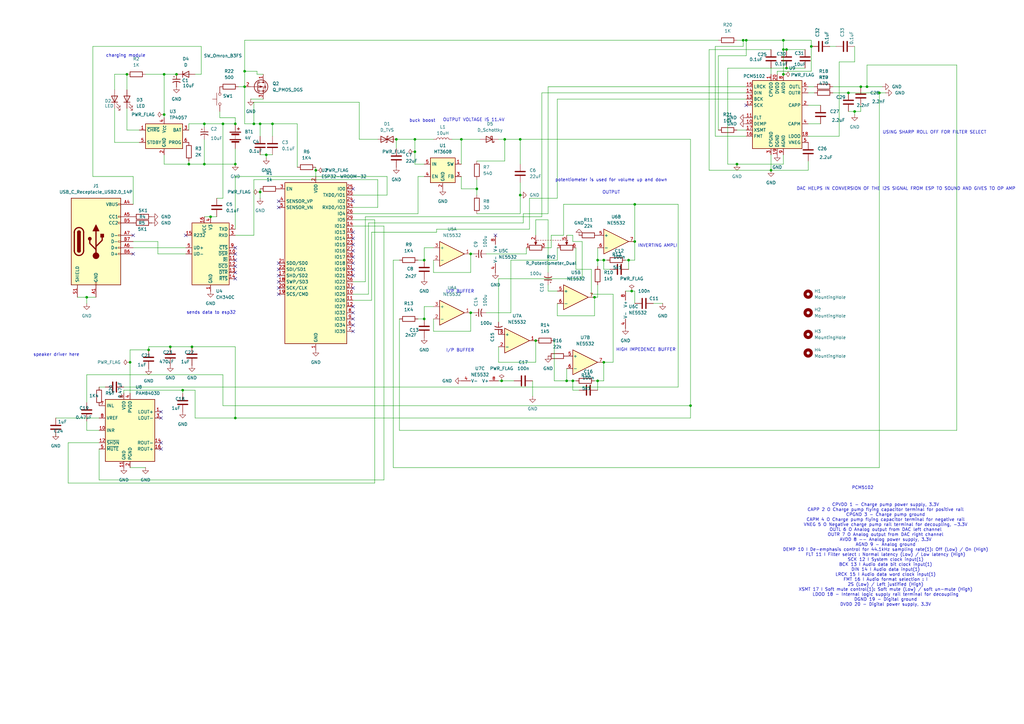
<source format=kicad_sch>
(kicad_sch (version 20231120) (generator "eeschema") (generator_version "8.0")
  (paper "A3")
  (lib_symbols
    (symbol "Amplifier_Audio:PAM8403D"
      (property "Reference" "U" (at 1.27 16.51 0))
      (property "Value" "PAM8403D" (at 6.096 14.224 0))
      (symbol "PAM8403D_1_1"
        (pin output line (at 12.7 7.62 180) (length 2.54) (name "LOUT+") (number "1"))
        (pin input line (at -12.7 0 0) (length 2.54) (name "INR") (number "10"))
        (pin power_in line (at -2.54 -15.24 90) (length 2.54) (name "GND") (number "11"))
        (pin input line (at -12.7 -5.08 0) (length 2.54) (name "~{SHDN}") (number "12"))
        (pin passive line (at 0 15.24 270) (length 2.54) hide (name "PVDD") (number "13"))
        (pin output line (at 12.7 -5.08 180) (length 2.54) (name "ROUT-") (number "14"))
        (pin passive line (at 0 -15.24 90) (length 2.54) hide (name "PGND") (number "15"))
        (pin output line (at 12.7 -7.62 180) (length 2.54) (name "ROUT+") (number "16"))
        (pin power_in line (at 0 -15.24 90) (length 2.54) (name "PGND") (number "2"))
        (pin output line (at 12.7 5.08 180) (length 2.54) (name "LOUT-") (number "3"))
        (pin power_in line (at 0 15.24 270) (length 2.54) (name "PVDD") (number "4"))
        (pin input line (at -12.7 -7.62 0) (length 2.54) (name "~{MUTE}") (number "5"))
        (pin power_in line (at -2.54 15.24 270) (length 2.54) (name "VDD") (number "6"))
        (pin input line (at -12.7 10.16 0) (length 2.54) (name "INL") (number "7"))
        (pin input line (at -12.7 5.08 0) (length 2.54) (name "VREF") (number "8"))
        (pin no_connect line (at 10.16 -10.16 180) (length 2.54) hide (name "NC") (number "9"))
      )
    )
    (symbol "Amplifier_Operational:NE5532" (pin_names (offset 0.127))
      (property "Reference" "U" (at 0 5.08 0))
      (property "Value" "NE5532" (at 0 -5.08 0))
      (symbol "NE5532_1_1"
        (pin output line (at 7.62 0 180) (length 2.54) (name "~") (number "1"))
        (pin input line (at -7.62 -2.54 0) (length 2.54) (name "-") (number "2"))
        (pin input line (at -7.62 2.54 0) (length 2.54) (name "+") (number "3"))
      )
      (symbol "NE5532_2_1"
        (pin input line (at -7.62 2.54 0) (length 2.54) (name "+") (number "5"))
        (pin input line (at -7.62 -2.54 0) (length 2.54) (name "-") (number "6"))
        (pin output line (at 7.62 0 180) (length 2.54) (name "~") (number "7"))
      )
      (symbol "NE5532_3_1"
        (pin power_in line (at -2.54 -7.62 90) (length 3.81) (name "V-") (number "4"))
        (pin power_in line (at -2.54 7.62 270) (length 3.81) (name "V+") (number "8"))
      )
    )
    (symbol "Audio:PCM5102"
      (property "Reference" "U" (at -10.16 13.97 0))
      (property "Value" "PCM5102" (at 3.81 13.97 0))
      (symbol "PCM5102_1_1"
        (pin passive line (at -2.54 15.24 270) (length 2.54) (name "CPVDD") (number "1"))
        (pin input line (at -12.7 -5.08 0) (length 2.54) (name "DEMP") (number "10"))
        (pin input line (at -12.7 -2.54 0) (length 2.54) (name "FLT") (number "11"))
        (pin input line (at -12.7 2.54 0) (length 2.54) (name "SCK") (number "12"))
        (pin input line (at -12.7 5.08 0) (length 2.54) (name "BCK") (number "13"))
        (pin input line (at -12.7 7.62 0) (length 2.54) (name "DIN") (number "14"))
        (pin input line (at -12.7 10.16 0) (length 2.54) (name "LRCK") (number "15"))
        (pin input line (at -12.7 -10.16 0) (length 2.54) (name "FMT") (number "16"))
        (pin input line (at -12.7 -7.62 0) (length 2.54) (name "XSMT") (number "17"))
        (pin passive line (at 12.7 -10.16 180) (length 2.54) (name "LDOO") (number "18"))
        (pin power_in line (at 0 -17.78 90) (length 2.54) (name "DGND") (number "19"))
        (pin passive line (at 12.7 2.54 180) (length 2.54) (name "CAPP") (number "2"))
        (pin power_in line (at 0 15.24 270) (length 2.54) (name "DVDD") (number "20"))
        (pin power_in line (at -2.54 -17.78 90) (length 2.54) (name "CPGND") (number "3"))
        (pin passive line (at 12.7 -5.08 180) (length 2.54) (name "CAPM") (number "4"))
        (pin passive line (at 12.7 -12.7 180) (length 2.54) (name "VNEG") (number "5"))
        (pin output line (at 12.7 10.16 180) (length 2.54) (name "OUTL") (number "6"))
        (pin output line (at 12.7 7.62 180) (length 2.54) (name "OUTR") (number "7"))
        (pin power_in line (at 2.54 15.24 270) (length 2.54) (name "AVDD") (number "8"))
        (pin power_in line (at 2.54 -17.78 90) (length 2.54) (name "AGND") (number "9"))
      )
    )
    (symbol "Battery_Management:TP4057"
      (property "Reference" "U" (at -6.35 6.604 0))
      (property "Value" "TP4057" (at 1.524 6.604 0))
      (symbol "TP4057_1_1"
        (pin open_collector line (at -10.16 2.54 0) (length 2.54) (name "~{CHRG}") (number "1"))
        (pin power_in line (at 0 -7.62 90) (length 2.54) (name "GND") (number "2"))
        (pin power_out line (at 10.16 2.54 180) (length 2.54) (name "BAT") (number "3"))
        (pin power_in line (at 0 7.62 270) (length 2.54) (name "V_{CC}") (number "4"))
        (pin open_collector line (at -10.16 -2.54 0) (length 2.54) (name "STDBY") (number "5"))
        (pin passive line (at 10.16 -2.54 180) (length 2.54) (name "PROG") (number "6"))
      )
    )
    (symbol "Connector:USB_C_Receptacle_USB2.0_14P" (pin_names (offset 1.016))
      (property "Reference" "J" (at 0 22.225 0))
      (property "Value" "USB_C_Receptacle_USB2.0_14P" (at 0 19.685 0))
      (symbol "USB_C_Receptacle_USB2.0_14P_1_1"
        (pin passive line (at 0 -22.86 90) (length 5.08) (name "GND") (number "A1"))
        (pin passive line (at 0 -22.86 90) (length 5.08) hide (name "GND") (number "A12"))
        (pin passive line (at 15.24 15.24 180) (length 5.08) (name "VBUS") (number "A4"))
        (pin bidirectional line (at 15.24 10.16 180) (length 5.08) (name "CC1") (number "A5"))
        (pin bidirectional line (at 15.24 -2.54 180) (length 5.08) (name "D+") (number "A6"))
        (pin bidirectional line (at 15.24 2.54 180) (length 5.08) (name "D-") (number "A7"))
        (pin passive line (at 15.24 15.24 180) (length 5.08) hide (name "VBUS") (number "A9"))
        (pin passive line (at 0 -22.86 90) (length 5.08) hide (name "GND") (number "B1"))
        (pin passive line (at 0 -22.86 90) (length 5.08) hide (name "GND") (number "B12"))
        (pin passive line (at 15.24 15.24 180) (length 5.08) hide (name "VBUS") (number "B4"))
        (pin bidirectional line (at 15.24 7.62 180) (length 5.08) (name "CC2") (number "B5"))
        (pin bidirectional line (at 15.24 -5.08 180) (length 5.08) (name "D+") (number "B6"))
        (pin bidirectional line (at 15.24 0 180) (length 5.08) (name "D-") (number "B7"))
        (pin passive line (at 15.24 15.24 180) (length 5.08) hide (name "VBUS") (number "B9"))
        (pin passive line (at -7.62 -22.86 90) (length 5.08) (name "SHIELD") (number "S1"))
      )
    )
    (symbol "Device:Battery" (pin_numbers hide) (pin_names (offset 0) hide)
      (property "Reference" "BT" (at 2.54 2.54 0))
      (property "Value" "Battery" (at 2.54 0 0))
      (symbol "Battery_1_1"
        (pin passive line (at 0 5.08 270) (length 2.54) (name "+") (number "1"))
        (pin passive line (at 0 -5.08 90) (length 2.54) (name "-") (number "2"))
      )
    )
    (symbol "Device:C" (pin_numbers hide) (pin_names (offset 0.254))
      (property "Reference" "C" (at 0.635 2.54 0))
      (property "Value" "C" (at 0.635 -2.54 0))
      (symbol "C_1_1"
        (pin passive line (at 0 3.81 270) (length 2.794) (name "~") (number "1"))
        (pin passive line (at 0 -3.81 90) (length 2.794) (name "~") (number "2"))
      )
    )
    (symbol "Device:C_Polarized_Small_US" (pin_numbers hide) (pin_names (offset 0.254) hide)
      (property "Reference" "C" (at 0.254 1.778 0))
      (property "Value" "C_Polarized_Small_US" (at 0.254 -2.032 0))
      (symbol "C_Polarized_Small_US_1_1"
        (pin passive line (at 0 2.54 270) (length 2.032) (name "~") (number "1"))
        (pin passive line (at 0 -2.54 90) (length 2.032) (name "~") (number "2"))
      )
    )
    (symbol "Device:D" (pin_numbers hide) (pin_names (offset 1.016) hide)
      (property "Reference" "D" (at 0 2.54 0))
      (property "Value" "D" (at 0 -2.54 0))
      (symbol "D_1_1"
        (pin passive line (at -3.81 0 0) (length 2.54) (name "K") (number "1"))
        (pin passive line (at 3.81 0 180) (length 2.54) (name "A") (number "2"))
      )
    )
    (symbol "Device:D_Schottky" (pin_numbers hide) (pin_names (offset 1.016) hide)
      (property "Reference" "D" (at 0 2.54 0))
      (property "Value" "D_Schottky" (at 0 -2.54 0))
      (symbol "D_Schottky_1_1"
        (pin passive line (at -3.81 0 0) (length 2.54) (name "K") (number "1"))
        (pin passive line (at 3.81 0 180) (length 2.54) (name "A") (number "2"))
      )
    )
    (symbol "Device:D_TVS" (pin_numbers hide) (pin_names (offset 1.016) hide)
      (property "Reference" "D" (at 0 2.54 0))
      (property "Value" "D_TVS" (at 0 -2.54 0))
      (symbol "D_TVS_1_1"
        (pin passive line (at -3.81 0 0) (length 2.54) (name "A1") (number "1"))
        (pin passive line (at 3.81 0 180) (length 2.54) (name "A2") (number "2"))
      )
    )
    (symbol "Device:L" (pin_numbers hide) (pin_names (offset 1.016) hide)
      (property "Reference" "L" (at -1.27 0 90))
      (property "Value" "L" (at 1.905 0 90))
      (symbol "L_1_1"
        (pin passive line (at 0 3.81 270) (length 1.27) (name "1") (number "1"))
        (pin passive line (at 0 -3.81 90) (length 1.27) (name "2") (number "2"))
      )
    )
    (symbol "Device:LED" (pin_numbers hide) (pin_names (offset 1.016) hide)
      (property "Reference" "D" (at 0 2.54 0))
      (property "Value" "LED" (at 0 -2.54 0))
      (symbol "LED_1_1"
        (pin passive line (at -3.81 0 0) (length 2.54) (name "K") (number "1"))
        (pin passive line (at 3.81 0 180) (length 2.54) (name "A") (number "2"))
      )
    )
    (symbol "Device:Q_PMOS_DGS" (pin_names (offset 0) hide)
      (property "Reference" "Q" (at 5.08 1.27 0))
      (property "Value" "Q_PMOS_DGS" (at 5.08 -1.27 0))
      (symbol "Q_PMOS_DGS_1_1"
        (pin passive line (at 2.54 5.08 270) (length 2.54) (name "D") (number "1"))
        (pin input line (at -5.08 0 0) (length 2.54) (name "G") (number "2"))
        (pin passive line (at 2.54 -5.08 90) (length 2.54) (name "S") (number "3"))
      )
    )
    (symbol "Device:R" (pin_numbers hide) (pin_names (offset 0))
      (property "Reference" "R" (at 2.032 0 90))
      (property "Value" "R" (at 0 0 90))
      (symbol "R_1_1"
        (pin passive line (at 0 3.81 270) (length 1.27) (name "~") (number "1"))
        (pin passive line (at 0 -3.81 90) (length 1.27) (name "~") (number "2"))
      )
    )
    (symbol "Device:R_Potentiometer_Dual" (pin_names (offset 1.016) hide)
      (property "Reference" "RV" (at 0 3.81 0))
      (property "Value" "R_Potentiometer_Dual" (at 0 1.905 0))
      (symbol "R_Potentiometer_Dual_1_1"
        (pin passive line (at -10.16 -2.54 0) (length 1.27) (name "1") (number "1"))
        (pin passive line (at -6.35 2.54 270) (length 2.54) (name "2") (number "2"))
        (pin passive line (at -2.54 -2.54 180) (length 1.27) (name "3") (number "3"))
        (pin passive line (at 2.54 -2.54 0) (length 1.27) (name "4") (number "4"))
        (pin passive line (at 6.35 2.54 270) (length 2.54) (name "5") (number "5"))
        (pin passive line (at 10.16 -2.54 180) (length 1.27) (name "6") (number "6"))
      )
    )
    (symbol "Interface_USB:CH340C"
      (property "Reference" "U" (at -5.08 13.97 0))
      (property "Value" "CH340C" (at 1.27 13.97 0))
      (symbol "CH340C_1_1"
        (pin power_in line (at 0 -15.24 90) (length 2.54) (name "GND") (number "1"))
        (pin input line (at 10.16 0 180) (length 2.54) (name "~{DSR}") (number "10"))
        (pin input line (at 10.16 -2.54 180) (length 2.54) (name "~{RI}") (number "11"))
        (pin input line (at 10.16 -5.08 180) (length 2.54) (name "~{DCD}") (number "12"))
        (pin output line (at 10.16 -7.62 180) (length 2.54) (name "~{DTR}") (number "13"))
        (pin output line (at 10.16 -10.16 180) (length 2.54) (name "~{RTS}") (number "14"))
        (pin input line (at -10.16 7.62 0) (length 2.54) (name "R232") (number "15"))
        (pin power_in line (at -2.54 15.24 270) (length 2.54) (name "VCC") (number "16"))
        (pin output line (at 10.16 10.16 180) (length 2.54) (name "TXD") (number "2"))
        (pin input line (at 10.16 7.62 180) (length 2.54) (name "RXD") (number "3"))
        (pin power_out line (at 0 15.24 270) (length 2.54) (name "V3") (number "4"))
        (pin bidirectional line (at -10.16 2.54 0) (length 2.54) (name "UD+") (number "5"))
        (pin bidirectional line (at -10.16 0 0) (length 2.54) (name "UD-") (number "6"))
        (pin no_connect line (at -7.62 -5.08 0) (length 2.54) hide (name "NC") (number "7"))
        (pin no_connect line (at -7.62 -7.62 0) (length 2.54) hide (name "NC") (number "8"))
        (pin input line (at 10.16 2.54 180) (length 2.54) (name "~{CTS}") (number "9"))
      )
    )
    (symbol "Mechanical:MountingHole" (pin_names (offset 1.016)) (exclude_from_sim yes) (in_bom no)
      (property "Reference" "H" (at 0 5.08 0))
      (property "Value" "MountingHole" (at 0 3.175 0))
    )
    (symbol "RF_Module:ESP32-WROOM-32"
      (property "Reference" "U" (at -12.7 34.29 0))
      (property "Value" "ESP32-WROOM-32" (at 1.27 34.29 0))
      (symbol "ESP32-WROOM-32_1_1"
        (pin power_in line (at 0 -35.56 90) (length 2.54) (name "GND") (number "1"))
        (pin bidirectional line (at 15.24 -12.7 180) (length 2.54) (name "IO25") (number "10"))
        (pin bidirectional line (at 15.24 -15.24 180) (length 2.54) (name "IO26") (number "11"))
        (pin bidirectional line (at 15.24 -17.78 180) (length 2.54) (name "IO27") (number "12"))
        (pin bidirectional line (at 15.24 10.16 180) (length 2.54) (name "IO14") (number "13"))
        (pin bidirectional line (at 15.24 15.24 180) (length 2.54) (name "IO12") (number "14"))
        (pin passive line (at 0 -35.56 90) (length 2.54) hide (name "GND") (number "15"))
        (pin bidirectional line (at 15.24 12.7 180) (length 2.54) (name "IO13") (number "16"))
        (pin bidirectional line (at -15.24 -5.08 0) (length 2.54) (name "SHD/SD2") (number "17"))
        (pin bidirectional line (at -15.24 -7.62 0) (length 2.54) (name "SWP/SD3") (number "18"))
        (pin bidirectional line (at -15.24 -12.7 0) (length 2.54) (name "SCS/CMD") (number "19"))
        (pin power_in line (at 0 35.56 270) (length 2.54) (name "VDD") (number "2"))
        (pin bidirectional line (at -15.24 -10.16 0) (length 2.54) (name "SCK/CLK") (number "20"))
        (pin bidirectional line (at -15.24 0 0) (length 2.54) (name "SDO/SD0") (number "21"))
        (pin bidirectional line (at -15.24 -2.54 0) (length 2.54) (name "SDI/SD1") (number "22"))
        (pin bidirectional line (at 15.24 7.62 180) (length 2.54) (name "IO15") (number "23"))
        (pin bidirectional line (at 15.24 25.4 180) (length 2.54) (name "IO2") (number "24"))
        (pin bidirectional line (at 15.24 30.48 180) (length 2.54) (name "IO0") (number "25"))
        (pin bidirectional line (at 15.24 20.32 180) (length 2.54) (name "IO4") (number "26"))
        (pin bidirectional line (at 15.24 5.08 180) (length 2.54) (name "IO16") (number "27"))
        (pin bidirectional line (at 15.24 2.54 180) (length 2.54) (name "IO17") (number "28"))
        (pin bidirectional line (at 15.24 17.78 180) (length 2.54) (name "IO5") (number "29"))
        (pin input line (at -15.24 30.48 0) (length 2.54) (name "EN") (number "3"))
        (pin bidirectional line (at 15.24 0 180) (length 2.54) (name "IO18") (number "30"))
        (pin bidirectional line (at 15.24 -2.54 180) (length 2.54) (name "IO19") (number "31"))
        (pin no_connect line (at -12.7 -27.94 0) (length 2.54) hide (name "NC") (number "32"))
        (pin bidirectional line (at 15.24 -5.08 180) (length 2.54) (name "IO21") (number "33"))
        (pin bidirectional line (at 15.24 22.86 180) (length 2.54) (name "RXD0/IO3") (number "34"))
        (pin bidirectional line (at 15.24 27.94 180) (length 2.54) (name "TXD0/IO1") (number "35"))
        (pin bidirectional line (at 15.24 -7.62 180) (length 2.54) (name "IO22") (number "36"))
        (pin bidirectional line (at 15.24 -10.16 180) (length 2.54) (name "IO23") (number "37"))
        (pin passive line (at 0 -35.56 90) (length 2.54) hide (name "GND") (number "38"))
        (pin passive line (at 0 -35.56 90) (length 2.54) hide (name "GND") (number "39"))
        (pin input line (at -15.24 25.4 0) (length 2.54) (name "SENSOR_VP") (number "4"))
        (pin input line (at -15.24 22.86 0) (length 2.54) (name "SENSOR_VN") (number "5"))
        (pin input line (at 15.24 -25.4 180) (length 2.54) (name "IO34") (number "6"))
        (pin input line (at 15.24 -27.94 180) (length 2.54) (name "IO35") (number "7"))
        (pin bidirectional line (at 15.24 -20.32 180) (length 2.54) (name "IO32") (number "8"))
        (pin bidirectional line (at 15.24 -22.86 180) (length 2.54) (name "IO33") (number "9"))
      )
    )
    (symbol "Regulator_Switching:MT3608"
      (property "Reference" "U" (at -2.54 8.89 0))
      (property "Value" "MT3608" (at -3.81 6.35 0))
      (symbol "MT3608_1_1"
        (pin passive line (at 7.62 2.54 180) (length 2.54) (name "SW") (number "1"))
        (pin power_in line (at 0 -7.62 90) (length 2.54) (name "GND") (number "2"))
        (pin input line (at 7.62 -2.54 180) (length 2.54) (name "FB") (number "3"))
        (pin input line (at -7.62 -2.54 0) (length 2.54) (name "EN") (number "4"))
        (pin power_in line (at -7.62 2.54 0) (length 2.54) (name "IN") (number "5"))
        (pin no_connect line (at 5.08 0 180) (length 2.54) hide (name "NC") (number "6"))
      )
    )
    (symbol "Switch:SW_Omron_B3FS" (pin_numbers hide) (pin_names (offset 1.016) hide)
      (property "Reference" "SW" (at 1.27 2.54 0))
      (property "Value" "SW_Omron_B3FS" (at 0 -1.524 0))
      (symbol "SW_Omron_B3FS_0_1"
        (pin passive line (at -5.08 0 0) (length 2.54) (name "1") (number "1"))
        (pin passive line (at 5.08 0 180) (length 2.54) (name "2") (number "2"))
      )
    )
    (symbol "power:GND" (power) (pin_numbers hide) (pin_names (offset 0) hide)
      (property "Value" "GND" (at 0 -3.81 0))
      (symbol "GND_1_1"
        (pin power_in line (at 0 0 270) (length 0) (name "~") (number "1"))
      )
    )
    (symbol "power:PWR_FLAG" (power) (pin_numbers hide) (pin_names (offset 0) hide)
      (property "Value" "PWR_FLAG" (at 0 3.81 0))
      (symbol "PWR_FLAG_0_0"
        (pin power_out line (at 0 0 90) (length 0) (name "~") (number "1"))
      )
    )
  )
  (junction (at 321.31 20.32))
  (junction (at 245.11 156.21))
  (junction (at 322.58 20.32))
  (junction (at 260.35 99.06))
  (junction (at 162.56 57.15))
  (junction (at 260.35 83.82))
  (junction (at 332.74 19.05))
  (junction (at 129.54 69.85))
  (junction (at 67.31 46.99))
  (junction (at 353.06 35.56))
  (junction (at 355.6 35.56))
  (junction (at 195.58 77.47))
  (junction (at 304.8 16.51))
  (junction (at 69.85 142.24))
  (junction (at 316.23 69.85))
  (junction (at 207.01 57.15))
  (junction (at 100.33 29.21))
  (junction (at 306.07 16.51))
  (junction (at 91.44 50.8))
  (junction (at 170.18 62.23))
  (junction (at 173.99 106.68))
  (junction (at 83.82 50.8))
  (junction (at 111.76 50.8))
  (junction (at 213.36 57.15))
  (junction (at 77.47 67.31))
  (junction (at 83.82 67.31))
  (junction (at 35.56 121.92))
  (junction (at 232.41 156.21))
  (junction (at 259.08 119.38))
  (junction (at 189.23 57.15))
  (junction (at 245.11 106.68))
  (junction (at 243.84 121.92))
  (junction (at 100.33 35.56))
  (junction (at 104.14 50.8))
  (junction (at 213.36 80.01))
  (junction (at 321.31 16.51))
  (junction (at 96.52 67.31))
  (junction (at 205.74 156.21))
  (junction (at 52.07 30.48))
  (junction (at 60.96 143.51))
  (junction (at 96.52 50.8))
  (junction (at 109.22 63.5))
  (junction (at 106.68 50.8))
  (junction (at 247.65 148.59))
  (junction (at 193.04 104.14))
  (junction (at 67.31 30.48))
  (junction (at 106.68 78.74))
  (junction (at 96.52 171.45))
  (junction (at 74.93 160.02))
  (junction (at 78.74 142.24))
  (junction (at 347.98 38.1))
  (junction (at 322.58 27.94))
  (junction (at 257.81 106.68))
  (junction (at 170.18 57.15))
  (junction (at 360.68 38.1))
  (junction (at 72.39 30.48))
  (junction (at 173.99 130.81))
  (junction (at 86.36 88.9))
  (junction (at 247.65 106.68))
  (junction (at 53.34 148.59))
  (junction (at 350.52 45.72))
  (junction (at 193.04 128.27))
  (junction (at 234.95 156.21))
  (junction (at 321.31 30.48))
  (junction (at 283.21 166.37))
  (junction (at 302.26 67.31))
  (junction (at 219.71 139.7))
  (no_connect (at 66.04 171.45))
  (no_connect (at 96.52 104.14))
  (no_connect (at 54.61 96.52))
  (no_connect (at 144.78 133.35))
  (no_connect (at 114.3 115.57))
  (no_connect (at 54.61 104.14))
  (no_connect (at 144.78 128.27))
  (no_connect (at 114.3 113.03))
  (no_connect (at 114.3 110.49))
  (no_connect (at 144.78 130.81))
  (no_connect (at 203.2 96.52))
  (no_connect (at 96.52 109.22))
  (no_connect (at 96.52 101.6))
  (no_connect (at 114.3 120.65))
  (no_connect (at 144.78 113.03))
  (no_connect (at 144.78 110.49))
  (no_connect (at 96.52 111.76))
  (no_connect (at 66.04 184.15))
  (no_connect (at 144.78 100.33))
  (no_connect (at 144.78 77.47))
  (no_connect (at 114.3 107.95))
  (no_connect (at 144.78 102.87))
  (no_connect (at 66.04 181.61))
  (no_connect (at 306.07 43.18))
  (no_connect (at 114.3 85.09))
  (no_connect (at 96.52 114.3))
  (no_connect (at 144.78 95.25))
  (no_connect (at 96.52 106.68))
  (no_connect (at 114.3 118.11))
  (no_connect (at 76.2 96.52))
  (no_connect (at 144.78 125.73))
  (no_connect (at 114.3 82.55))
  (no_connect (at 144.78 118.11))
  (no_connect (at 144.78 82.55))
  (no_connect (at 144.78 105.41))
  (no_connect (at 66.04 168.91))
  (no_connect (at 144.78 107.95))
  (no_connect (at 144.78 97.79))
  (no_connect (at 144.78 135.89))
  (wire (pts (xy 40.64 184.15) (xy 40.64 196.85)))
  (wire (pts (xy 298.45 27.94) (xy 322.58 27.94)))
  (wire (pts (xy 149.86 115.57) (xy 149.86 88.9)))
  (wire (pts (xy 46.99 30.48) (xy 52.07 30.48)))
  (wire (pts (xy 293.37 19.05) (xy 304.8 19.05)))
  (wire (pts (xy 171.45 72.39) (xy 173.99 72.39)))
  (wire (pts (xy 170.18 62.23) (xy 170.18 67.31)))
  (wire (pts (xy 83.82 57.15) (xy 83.82 67.31)))
  (wire (pts (xy 215.9 104.14) (xy 215.9 101.6)))
  (wire (pts (xy 27.94 181.61) (xy 27.94 198.12)))
  (wire (pts (xy 247.65 110.49) (xy 247.65 106.68)))
  (wire (pts (xy 67.31 63.5) (xy 67.31 67.31)))
  (wire (pts (xy 154.94 57.15) (xy 147.32 57.15)))
  (wire (pts (xy 251.46 120.65) (xy 251.46 148.59)))
  (wire (pts (xy 163.83 130.81) (xy 163.83 176.53)))
  (wire (pts (xy 228.6 40.64) (xy 306.07 40.64)))
  (wire (pts (xy 86.36 88.9) (xy 88.9 88.9)))
  (wire (pts (xy 332.74 19.05) (xy 332.74 16.51)))
  (wire (pts (xy 105.41 30.48) (xy 107.95 30.48)))
  (wire (pts (xy 245.11 156.21) (xy 243.84 156.21)))
  (wire (pts (xy 151.13 120.65) (xy 151.13 91.44)))
  (wire (pts (xy 80.01 171.45) (xy 80.01 160.02)))
  (wire (pts (xy 35.56 172.72) (xy 35.56 176.53)))
  (wire (pts (xy 157.48 92.71) (xy 157.48 196.85)))
  (wire (pts (xy 350.52 45.72) (xy 347.98 45.72)))
  (wire (pts (xy 204.47 148.59) (xy 219.71 148.59)))
  (wire (pts (xy 353.06 45.72) (xy 350.52 45.72)))
  (wire (pts (xy 290.83 20.32) (xy 290.83 69.85)))
  (wire (pts (xy 189.23 72.39) (xy 189.23 77.47)))
  (wire (pts (xy 177.8 57.15) (xy 170.18 57.15)))
  (wire (pts (xy 179.07 93.98) (xy 217.17 93.98)))
  (wire (pts (xy 52.07 44.45) (xy 52.07 53.34)))
  (wire (pts (xy 207.01 57.15) (xy 204.47 57.15)))
  (wire (pts (xy 232.41 156.21) (xy 234.95 156.21)))
  (wire (pts (xy 35.56 121.92) (xy 35.56 124.46)))
  (wire (pts (xy 59.69 191.77) (xy 53.34 191.77)))
  (wire (pts (xy 318.77 30.48) (xy 318.77 29.21)))
  (wire (pts (xy 109.22 63.5) (xy 109.22 64.77)))
  (wire (pts (xy 171.45 106.68) (xy 173.99 106.68)))
  (wire (pts (xy 340.36 19.05) (xy 342.9 19.05)))
  (wire (pts (xy 100.33 50.8) (xy 104.14 50.8)))
  (wire (pts (xy 64.77 104.14) (xy 64.77 99.06)))
  (wire (pts (xy 231.14 96.52) (xy 231.14 83.82)))
  (wire (pts (xy 236.22 110.49) (xy 242.57 110.49)))
  (wire (pts (xy 153.67 90.17) (xy 153.67 198.12)))
  (wire (pts (xy 360.68 38.1) (xy 363.22 38.1)))
  (wire (pts (xy 173.99 125.73) (xy 173.99 130.81)))
  (wire (pts (xy 104.14 96.52) (xy 104.14 73.66)))
  (wire (pts (xy 350.52 45.72) (xy 350.52 46.99)))
  (wire (pts (xy 316.23 27.94) (xy 316.23 30.48)))
  (wire (pts (xy 227.33 156.21) (xy 232.41 156.21)))
  (wire (pts (xy 76.2 104.14) (xy 64.77 104.14)))
  (wire (pts (xy 224.79 87.63) (xy 224.79 35.56)))
  (wire (pts (xy 46.99 36.83) (xy 46.99 30.48)))
  (wire (pts (xy 193.04 104.14) (xy 194.31 104.14)))
  (wire (pts (xy 283.21 57.15) (xy 283.21 166.37)))
  (wire (pts (xy 260.35 83.82) (xy 278.13 83.82)))
  (wire (pts (xy 260.35 83.82) (xy 260.35 99.06)))
  (wire (pts (xy 74.93 160.02) (xy 50.8 160.02)))
  (wire (pts (xy 158.75 72.39) (xy 158.75 80.01)))
  (wire (pts (xy 331.47 43.18) (xy 336.55 43.18)))
  (wire (pts (xy 189.23 67.31) (xy 189.23 57.15)))
  (wire (pts (xy 247.65 148.59) (xy 247.65 156.21)))
  (wire (pts (xy 69.85 142.24) (xy 60.96 142.24)))
  (wire (pts (xy 67.31 48.26) (xy 67.31 46.99)))
  (wire (pts (xy 40.64 196.85) (xy 157.48 196.85)))
  (wire (pts (xy 331.47 38.1) (xy 334.01 38.1)))
  (wire (pts (xy 224.79 35.56) (xy 306.07 35.56)))
  (wire (pts (xy 260.35 99.06) (xy 260.35 106.68)))
  (wire (pts (xy 77.47 67.31) (xy 83.82 67.31)))
  (wire (pts (xy 39.37 121.92) (xy 35.56 121.92)))
  (wire (pts (xy 102.87 40.64) (xy 107.95 40.64)))
  (wire (pts (xy 245.11 116.84) (xy 245.11 121.92)))
  (wire (pts (xy 179.07 95.25) (xy 179.07 93.98)))
  (wire (pts (xy 162.56 57.15) (xy 162.56 60.96)))
  (wire (pts (xy 195.58 73.66) (xy 195.58 77.47)))
  (wire (pts (xy 83.82 50.8) (xy 83.82 52.07)))
  (wire (pts (xy 77.47 50.8) (xy 77.47 53.34)))
  (wire (pts (xy 321.31 30.48) (xy 321.31 20.32)))
  (wire (pts (xy 234.95 160.02) (xy 234.95 156.21)))
  (wire (pts (xy 256.54 119.38) (xy 259.08 119.38)))
  (wire (pts (xy 144.78 87.63) (xy 171.45 87.63)))
  (wire (pts (xy 152.4 95.25) (xy 179.07 95.25)))
  (wire (pts (xy 144.78 90.17) (xy 153.67 90.17)))
  (wire (pts (xy 111.76 50.8) (xy 111.76 55.88)))
  (wire (pts (xy 355.6 26.67) (xy 355.6 35.56)))
  (wire (pts (xy 213.36 80.01) (xy 213.36 74.93)))
  (wire (pts (xy 331.47 35.56) (xy 334.01 35.56)))
  (wire (pts (xy 91.44 166.37) (xy 91.44 153.67)))
  (wire (pts (xy 82.55 19.05) (xy 82.55 30.48)))
  (wire (pts (xy 302.26 67.31) (xy 298.45 67.31)))
  (wire (pts (xy 153.67 198.12) (xy 27.94 198.12)))
  (wire (pts (xy 236.22 101.6) (xy 236.22 110.49)))
  (wire (pts (xy 199.39 104.14) (xy 215.9 104.14)))
  (wire (pts (xy 224.79 116.84) (xy 224.79 119.38)))
  (wire (pts (xy 177.8 101.6) (xy 173.99 101.6)))
  (wire (pts (xy 213.36 87.63) (xy 213.36 80.01)))
  (wire (pts (xy 90.17 45.72) (xy 90.17 48.26)))
  (wire (pts (xy 226.06 96.52) (xy 231.14 96.52)))
  (wire (pts (xy 238.76 99.06) (xy 238.76 114.3)))
  (wire (pts (xy 96.52 48.26) (xy 96.52 50.8)))
  (wire (pts (xy 177.8 106.68) (xy 177.8 111.76)))
  (wire (pts (xy 40.64 158.75) (xy 43.18 158.75)))
  (wire (pts (xy 332.74 19.05) (xy 332.74 29.21)))
  (wire (pts (xy 38.1 19.05) (xy 82.55 19.05)))
  (wire (pts (xy 53.34 161.29) (xy 53.34 148.59)))
  (wire (pts (xy 83.82 50.8) (xy 91.44 50.8)))
  (wire (pts (xy 189.23 57.15) (xy 196.85 57.15)))
  (wire (pts (xy 106.68 50.8) (xy 104.14 50.8)))
  (wire (pts (xy 232.41 96.52) (xy 234.95 96.52)))
  (wire (pts (xy 316.23 69.85) (xy 331.47 69.85)))
  (wire (pts (xy 170.18 57.15) (xy 170.18 62.23)))
  (wire (pts (xy 228.6 101.6) (xy 228.6 106.68)))
  (wire (pts (xy 154.94 73.66) (xy 154.94 85.09)))
  (wire (pts (xy 347.98 38.1) (xy 360.68 38.1)))
  (wire (pts (xy 306.07 22.86) (xy 306.07 16.51)))
  (wire (pts (xy 144.78 123.19) (xy 152.4 123.19)))
  (wire (pts (xy 46.99 58.42) (xy 57.15 58.42)))
  (wire (pts (xy 353.06 35.56) (xy 355.6 35.56)))
  (wire (pts (xy 321.31 20.32) (xy 322.58 20.32)))
  (wire (pts (xy 392.43 176.53) (xy 392.43 26.67)))
  (wire (pts (xy 322.58 27.94) (xy 330.2 27.94)))
  (wire (pts (xy 222.25 38.1) (xy 306.07 38.1)))
  (wire (pts (xy 278.13 83.82) (xy 278.13 158.75)))
  (wire (pts (xy 27.94 181.61) (xy 40.64 181.61)))
  (wire (pts (xy 227.33 139.7) (xy 227.33 156.21)))
  (wire (pts (xy 321.31 67.31) (xy 302.26 67.31)))
  (wire (pts (xy 237.49 160.02) (xy 234.95 160.02)))
  (wire (pts (xy 69.85 142.24) (xy 78.74 142.24)))
  (wire (pts (xy 304.8 16.51) (xy 306.07 16.51)))
  (wire (pts (xy 238.76 114.3) (xy 204.47 114.3)))
  (wire (pts (xy 78.74 142.24) (xy 96.52 142.24)))
  (wire (pts (xy 52.07 30.48) (xy 52.07 36.83)))
  (wire (pts (xy 392.43 26.67) (xy 355.6 26.67)))
  (wire (pts (xy 234.95 96.52) (xy 234.95 99.06)))
  (wire (pts (xy 106.68 50.8) (xy 106.68 55.88)))
  (wire (pts (xy 105.41 30.48) (xy 105.41 29.21)))
  (wire (pts (xy 259.08 119.38) (xy 260.35 119.38)))
  (wire (pts (xy 245.11 156.21) (xy 245.11 160.02)))
  (wire (pts (xy 96.52 67.31) (xy 96.52 60.96)))
  (wire (pts (xy 318.77 29.21) (xy 332.74 29.21)))
  (wire (pts (xy 242.57 120.65) (xy 251.46 120.65)))
  (wire (pts (xy 247.65 156.21) (xy 245.11 156.21)))
  (wire (pts (xy 316.23 20.32) (xy 290.83 20.32)))
  (wire (pts (xy 232.41 151.13) (xy 232.41 156.21)))
  (wire (pts (xy 163.83 176.53) (xy 392.43 176.53)))
  (wire (pts (xy 228.6 124.46) (xy 228.6 129.54)))
  (wire (pts (xy 96.52 142.24) (xy 96.52 171.45)))
  (wire (pts (xy 294.64 22.86) (xy 306.07 22.86)))
  (wire (pts (xy 31.75 121.92) (xy 35.56 121.92)))
  (wire (pts (xy 83.82 88.9) (xy 86.36 88.9)))
  (wire (pts (xy 109.22 63.5) (xy 111.76 63.5)))
  (wire (pts (xy 106.68 81.28) (xy 106.68 78.74)))
  (wire (pts (xy 53.34 143.51) (xy 60.96 143.51)))
  (wire (pts (xy 321.31 16.51) (xy 332.74 16.51)))
  (wire (pts (xy 350.52 19.05) (xy 350.52 25.4)))
  (wire (pts (xy 105.41 29.21) (xy 100.33 29.21)))
  (wire (pts (xy 283.21 166.37) (xy 283.21 171.45)))
  (wire (pts (xy 248.92 106.68) (xy 247.65 106.68)))
  (wire (pts (xy 234.95 99.06) (xy 238.76 99.06)))
  (wire (pts (xy 302.26 16.51) (xy 304.8 16.51)))
  (wire (pts (xy 205.74 156.21) (xy 210.82 156.21)))
  (wire (pts (xy 144.78 120.65) (xy 151.13 120.65)))
  (wire (pts (xy 306.07 16.51) (xy 321.31 16.51)))
  (wire (pts (xy 50.8 160.02) (xy 50.8 161.29)))
  (wire (pts (xy 144.78 92.71) (xy 157.48 92.71)))
  (wire (pts (xy 96.52 72.39) (xy 158.75 72.39)))
  (wire (pts (xy 321.31 63.5) (xy 321.31 67.31)))
  (wire (pts (xy 77.47 66.04) (xy 77.47 67.31)))
  (wire (pts (xy 316.23 69.85) (xy 316.23 63.5)))
  (wire (pts (xy 228.6 81.28) (xy 228.6 40.64)))
  (wire (pts (xy 54.61 101.6) (xy 76.2 101.6)))
  (wire (pts (xy 236.22 156.21) (xy 234.95 156.21)))
  (wire (pts (xy 121.92 68.58) (xy 121.92 50.8)))
  (wire (pts (xy 177.8 125.73) (xy 173.99 125.73)))
  (wire (pts (xy 104.14 41.91) (xy 104.14 50.8)))
  (wire (pts (xy 91.44 166.37) (xy 283.21 166.37)))
  (wire (pts (xy 83.82 50.8) (xy 77.47 50.8)))
  (wire (pts (xy 355.6 35.56) (xy 361.95 35.56)))
  (wire (pts (xy 121.92 50.8) (xy 111.76 50.8)))
  (wire (pts (xy 152.4 123.19) (xy 152.4 95.25)))
  (wire (pts (xy 322.58 20.32) (xy 330.2 20.32)))
  (wire (pts (xy 204.47 156.21) (xy 205.74 156.21)))
  (wire (pts (xy 283.21 171.45) (xy 96.52 171.45)))
  (wire (pts (xy 91.44 81.28) (xy 91.44 50.8)))
  (wire (pts (xy 228.6 106.68) (xy 209.55 106.68)))
  (wire (pts (xy 96.52 96.52) (xy 104.14 96.52)))
  (wire (pts (xy 67.31 30.48) (xy 72.39 30.48)))
  (wire (pts (xy 222.25 88.9) (xy 222.25 38.1)))
  (wire (pts (xy 80.01 160.02) (xy 74.93 160.02)))
  (wire (pts (xy 170.18 57.15) (xy 162.56 57.15)))
  (wire (pts (xy 223.52 101.6) (xy 226.06 101.6)))
  (wire (pts (xy 213.36 57.15) (xy 207.01 57.15)))
  (wire (pts (xy 341.63 35.56) (xy 353.06 35.56)))
  (wire (pts (xy 129.54 69.85) (xy 129.54 68.58)))
  (wire (pts (xy 224.79 90.17) (xy 224.79 111.76)))
  (wire (pts (xy 204.47 114.3) (xy 204.47 132.08)))
  (wire (pts (xy 213.36 67.31) (xy 213.36 57.15)))
  (wire (pts (xy 209.55 106.68) (xy 209.55 128.27)))
  (wire (pts (xy 22.86 179.07) (xy 22.86 177.8)))
  (wire (pts (xy 250.19 110.49) (xy 247.65 110.49)))
  (wire (pts (xy 171.45 87.63) (xy 171.45 72.39)))
  (wire (pts (xy 217.17 93.98) (xy 217.17 81.28)))
  (wire (pts (xy 171.45 130.81) (xy 173.99 130.81)))
  (wire (pts (xy 67.31 67.31) (xy 77.47 67.31)))
  (wire (pts (xy 147.32 57.15) (xy 147.32 41.91)))
  (wire (pts (xy 353.06 43.18) (xy 353.06 45.72)))
  (wire (pts (xy 219.71 148.59) (xy 219.71 139.7)))
  (wire (pts (xy 306.07 55.88) (xy 293.37 55.88)))
  (wire (pts (xy 151.13 91.44) (xy 214.63 91.44)))
  (wire (pts (xy 83.82 67.31) (xy 96.52 67.31)))
  (wire (pts (xy 163.83 106.68) (xy 161.29 106.68)))
  (wire (pts (xy 260.35 106.68) (xy 257.81 106.68)))
  (wire (pts (xy 247.65 106.68) (xy 245.11 106.68)))
  (wire (pts (xy 158.75 80.01) (xy 144.78 80.01)))
  (wire (pts (xy 304.8 19.05) (xy 304.8 16.51)))
  (wire (pts (xy 331.47 55.88) (xy 344.17 55.88)))
  (wire (pts (xy 106.68 78.74) (xy 106.68 77.47)))
  (wire (pts (xy 173.99 101.6) (xy 173.99 106.68)))
  (wire (pts (xy 214.63 87.63) (xy 224.79 87.63)))
  (wire (pts (xy 67.31 46.99) (xy 67.31 30.48)))
  (wire (pts (xy 195.58 66.04) (xy 207.01 66.04)))
  (wire (pts (xy 129.54 72.39) (xy 129.54 69.85)))
  (wire (pts (xy 91.44 153.67) (xy 35.56 153.67)))
  (wire (pts (xy 147.32 41.91) (xy 104.14 41.91)))
  (wire (pts (xy 321.31 16.51) (xy 321.31 20.32)))
  (wire (pts (xy 231.14 83.82) (xy 260.35 83.82)))
  (wire (pts (xy 199.39 128.27) (xy 209.55 128.27)))
  (wire (pts (xy 207.01 66.04) (xy 207.01 57.15)))
  (wire (pts (xy 177.8 111.76) (xy 193.04 111.76)))
  (wire (pts (xy 257.81 106.68) (xy 257.81 110.49)))
  (wire (pts (xy 104.14 73.66) (xy 154.94 73.66)))
  (wire (pts (xy 245.11 106.68) (xy 245.11 109.22)))
  (wire (pts (xy 189.23 77.47) (xy 195.58 77.47)))
  (wire (pts (xy 111.76 50.8) (xy 106.68 50.8)))
  (wire (pts (xy 251.46 148.59) (xy 247.65 148.59)))
  (wire (pts (xy 64.77 99.06) (xy 54.61 99.06)))
  (wire (pts (xy 96.52 93.98) (xy 96.52 72.39)))
  (wire (pts (xy 100.33 16.51) (xy 294.64 16.51)))
  (wire (pts (xy 40.64 171.45) (xy 22.86 171.45)))
  (wire (pts (xy 298.45 27.94) (xy 298.45 67.31)))
  (wire (pts (xy 290.83 69.85) (xy 316.23 69.85)))
  (wire (pts (xy 245.11 121.92) (xy 243.84 121.92)))
  (wire (pts (xy 213.36 57.15) (xy 283.21 57.15)))
  (wire (pts (xy 294.64 53.34) (xy 294.64 22.86)))
  (wire (pts (xy 193.04 135.89) (xy 193.04 128.27)))
  (wire (pts (xy 218.44 162.56) (xy 218.44 156.21)))
  (wire (pts (xy 204.47 142.24) (xy 204.47 148.59)))
  (wire (pts (xy 228.6 129.54) (xy 243.84 129.54)))
  (wire (pts (xy 53.34 148.59) (xy 53.34 143.51)))
  (wire (pts (xy 67.31 30.48) (xy 59.69 30.48)))
  (wire (pts (xy 50.8 158.75) (xy 278.13 158.75)))
  (wire (pts (xy 257.81 106.68) (xy 256.54 106.68)))
  (wire (pts (xy 302.26 53.34) (xy 306.07 53.34)))
  (wire (pts (xy 154.94 85.09) (xy 144.78 85.09)))
  (wire (pts (xy 161.29 191.77) (xy 360.68 191.77)))
  (wire (pts (xy 293.37 55.88) (xy 293.37 19.05)))
  (wire (pts (xy 106.68 63.5) (xy 109.22 63.5)))
  (wire (pts (xy 193.04 111.76) (xy 193.04 104.14)))
  (wire (pts (xy 149.86 88.9) (xy 222.25 88.9)))
  (wire (pts (xy 54.61 72.39) (xy 38.1 72.39)))
  (wire (pts (xy 260.35 119.38) (xy 260.35 124.46)))
  (wire (pts (xy 100.33 50.8) (xy 100.33 35.56)))
  (wire (pts (xy 35.56 153.67) (xy 35.56 165.1)))
  (wire (pts (xy 52.07 53.34) (xy 57.15 53.34)))
  (wire (pts (xy 219.71 90.17) (xy 224.79 90.17)))
  (wire (pts (xy 97.79 35.56) (xy 100.33 35.56)))
  (wire (pts (xy 341.63 38.1) (xy 347.98 38.1)))
  (wire (pts (xy 38.1 72.39) (xy 38.1 19.05)))
  (wire (pts (xy 60.96 142.24) (xy 60.96 143.51)))
  (wire (pts (xy 271.78 124.46) (xy 267.97 124.46)))
  (wire (pts (xy 226.06 96.52) (xy 226.06 101.6)))
  (wire (pts (xy 193.04 128.27) (xy 194.31 128.27)))
  (wire (pts (xy 214.63 87.63) (xy 214.63 91.44)))
  (wire (pts (xy 177.8 130.81) (xy 177.8 135.89)))
  (wire (pts (xy 96.52 171.45) (xy 80.01 171.45)))
  (wire (pts (xy 91.44 81.28) (xy 88.9 81.28)))
  (wire (pts (xy 161.29 106.68) (xy 161.29 191.77)))
  (wire (pts (xy 100.33 35.56) (xy 100.33 29.21)))
  (wire (pts (xy 243.84 129.54) (xy 243.84 121.92)))
  (wire (pts (xy 74.93 160.02) (xy 74.93 161.29)))
  (wire (pts (xy 173.99 67.31) (xy 170.18 67.31)))
  (wire (pts (xy 46.99 44.45) (xy 46.99 58.42)))
  (wire (pts (xy 54.61 72.39) (xy 54.61 83.82)))
  (wire (pts (xy 245.11 101.6) (xy 245.11 106.68)))
  (wire (pts (xy 331.47 50.8) (xy 336.55 50.8)))
  (wire (pts (xy 350.52 25.4) (xy 344.17 25.4)))
  (wire (pts (xy 217.17 81.28) (xy 228.6 81.28)))
  (wire (pts (xy 177.8 135.89) (xy 193.04 135.89)))
  (wire (pts (xy 242.57 110.49) (xy 242.57 120.65)))
  (wire (pts (xy 144.78 115.57) (xy 149.86 115.57)))
  (wire (pts (xy 360.68 191.77) (xy 360.68 38.1)))
  (wire (pts (xy 331.47 66.04) (xy 331.47 69.85)))
  (wire (pts (xy 228.6 119.38) (xy 224.79 119.38)))
  (wire (pts (xy 344.17 25.4) (xy 344.17 55.88)))
  (wire (pts (xy 91.44 50.8) (xy 96.52 50.8)))
  (wire (pts (xy 185.42 57.15) (xy 189.23 57.15)))
  (wire (pts (xy 195.58 77.47) (xy 195.58 80.01)))
  (wire (pts (xy 90.17 48.26) (xy 96.52 48.26)))
  (wire (pts (xy 35.56 176.53) (xy 40.64 176.53)))
  (wire (pts (xy 82.55 30.48) (xy 80.01 30.48)))
  (wire (pts (xy 195.58 87.63) (xy 213.36 87.63)))
  (wire (pts (xy 219.71 90.17) (xy 219.71 96.52)))
  (wire (pts (xy 100.33 29.21) (xy 100.33 16.51)))
  (text "buck boost\n" (at 173.228 49.53 0) (effects (font (size 1.27 1.27))))
  (text "speaker driver here\n" (at 23.114 145.542 0) (effects (font (size 1.27 1.27))))
  (text "charging module\n" (at 51.562 22.86 0) (effects (font (size 1.27 1.27))))
  (text "I/P BUFFER" (at 188.722 119.634 0) (effects (font (size 1.27 1.27))))
  (text "OUTPUT" (at 250.698 78.994 0) (effects (font (size 1.27 1.27))))
  (text "I/P BUFFER" (at 188.722 143.764 0) (effects (font (size 1.27 1.27))))
  (text "USING SHARP ROLL OFF FOR FILTER SELECT\n" (at 383.286 54.356 0) (effects (font (size 1.27 1.27))))
  (text "OUTPUT VOLTAGE IS 11.4V\n" (at 194.31 49.276 0) (effects (font (size 1.27 1.27))))
  (text "PCM5102\n" (at 353.822 200.152 0) (effects (font (size 1.27 1.27))))
  (text "potentiometer is used for volume up and down\n\n" (at 250.698 74.93 0) (effects (font (size 1.27 1.27))))
  (text "CPVDD 1 - Charge pump power supply, 3.3V\nCAPP 2 O Charge pump flying capacitor terminal for positive rail\nCPGND 3 - Charge pump ground\nCAPM 4 O Charge pump flying capacitor terminal for negative rail\nVNEG 5 O Negative charge pump rail terminal for decoupling, -3.3V\nOUTL 6 O Analog output from DAC left channel\nOUTR 7 O Analog output from DAC right channel\nAVDD 8 -- Analog power supply, 3.3V\nAGND 9 - Analog ground\nDEMP 10 I De-emphasis control for 44.1kHz sampling rate(1): Off (Low) / On (High)\nFLT 11 I Filter select : Normal latency (Low) / Low latency (High)\nSCK 12 I System clock input(1)\nBCK 13 I Audio data bit clock input(1)\nDIN 14 I Audio data input(1)\nLRCK 15 I Audio data word clock input(1)\nFMT 16 I Audio format selection : I\n2S (Low) / Left justified (High)\nXSMT 17 I Soft mute control(1): Soft mute (Low) / soft un-mute (High)\nLDOO 18 - Internal logic supply rail terminal for decoupling\nDGND 19 - Digital ground\nDVDD 20 - Digital power supply, 3.3V\n" (at 363.22 227.584 0) (effects (font (size 1.27 1.27))))
  (text "sends data to esp32" (at 86.614 128.27 0) (effects (font (size 1.27 1.27))))
  (text "DAC HELPS IN CONVERSION OF THE I2S SIGNAL FROM ESP TO SOUND AND GIVES TO OP AMP\n" (at 371.602 77.47 0) (effects (font (size 1.27 1.27))))
  (text "INVERTING AMPLI\n" (at 269.748 100.838 0) (effects (font (size 1.27 1.27))))
  (text "HIGH IMPEDENCE BUFFER\n" (at 264.922 143.51 0) (effects (font (size 1.27 1.27))))
  (symbol (lib_id "Device:R") (at 252.73 106.68 270) (unit 1)
    (property "Reference" "R12" (at 252.984 104.394 90))
    (property "Value" "5k1" (at 253.238 109.728 90))
    (property "Footprint" "Resistor_SMD:R_0603_1608Metric_Pad0.98x0.95mm_HandSolder" (effects (hide yes)))
    (property "Description" "Resistor" (effects (hide yes)))
  )
  (symbol (lib_id "power:GND") (at 306.07 48.26 270) (unit 1)
    (property "Reference" "#PWR033" (effects (hide yes)))
    (property "Value" "GND" (at 302.26 48.2599 90) (effects (justify right)))
    (property "Description" "Power symbol creates a global label with name \"GND\" , ground" (effects (hide yes)))
  )
  (symbol (lib_id "power:GND") (at 86.36 119.38 0) (unit 1)
    (property "Reference" "#PWR09" (effects (hide yes)))
    (property "Value" "GND" (at 86.36 124.46 0))
    (property "Description" "Power symbol creates a global label with name \"GND\" , ground" (effects (hide yes)))
  )
  (symbol (lib_id "Device:R") (at 241.3 96.52 270) (unit 1)
    (property "Reference" "R11" (at 241.3 90.17 90))
    (property "Value" "22k" (at 241.3 92.71 90))
    (property "Footprint" "Resistor_SMD:R_0603_1608Metric_Pad0.98x0.95mm_HandSolder" (effects (hide yes)))
    (property "Description" "Resistor" (effects (hide yes)))
  )
  (symbol (lib_id "Device:C_Polarized_Small_US") (at 224.79 114.3 180) (unit 1)
    (property "Reference" "C10" (at 222.25 116.0019 90) (effects (justify left)))
    (property "Value" "100u" (at 222.25 112.1919 0) (effects (justify left)))
    (property "Footprint" "Capacitor_SMD:CP_Elec_5x5.3" (effects (hide yes)))
    (property "Description" "Polarized capacitor, small US symbol" (effects (hide yes)))
  )
  (symbol (lib_id "power:PWR_FLAG") (at 259.08 119.38 0) (unit 1)
    (property "Reference" "#FLG06" (effects (hide yes)))
    (property "Value" "PWR_FLAG" (at 259.08 114.3 0))
    (property "Description" "Special symbol for telling ERC where power comes from" (effects (hide yes)))
  )
  (symbol (lib_id "Device:Q_PMOS_DGS") (at 105.41 35.56 0) (unit 1)
    (property "Reference" "Q2" (at 111.76 34.2899 0) (effects (justify left)))
    (property "Value" "Q_PMOS_DGS" (at 111.76 36.8299 0) (effects (justify left)))
    (property "Footprint" "Package_TO_SOT_SMD:SOT-23W_Handsoldering" (effects (hide yes)))
    (property "Description" "P-MOSFET transistor, drain/gate/source" (effects (hide yes)))
  )
  (symbol (lib_id "Interface_USB:CH340C") (at 86.36 104.14 0) (unit 1)
    (property "Reference" "U4" (at 88.5541 119.38 0) (effects (justify left)))
    (property "Value" "CH340C" (at 88.5541 121.92 0) (effects (justify left)))
    (property "Footprint" "Package_SO:SOIC-16_3.9x9.9mm_P1.27mm" (effects (hide yes)))
    (property "Datasheet" "https://datasheet.lcsc.com/szlcsc/Jiangsu-Qin-Heng-CH340C_C84681.pdf" (effects (hide yes)))
    (property "Description" "USB serial converter, crystal-less, UART, SOIC-16" (effects (hide yes)))
  )
  (symbol (lib_id "Device:C_Polarized_Small_US") (at 83.82 54.61 0) (unit 1)
    (property "Reference" "C2" (at 86.36 52.9081 0) (effects (justify left)))
    (property "Value" "10uF" (at 86.36 56.7181 0) (effects (justify left)))
    (property "Footprint" "Capacitor_SMD:CP_Elec_5x5.3" (effects (hide yes)))
    (property "Description" "Polarized capacitor, small US symbol" (effects (hide yes)))
  )
  (symbol (lib_id "Switch:SW_Omron_B3FS") (at 90.17 40.64 90) (unit 1)
    (property "Reference" "SW1" (at 91.44 39.3699 90) (effects (justify right)))
    (property "Value" "SW_Omron_B3FS" (at 83.566 22.86 90) (effects (justify right)))
    (property "Footprint" "Button_Switch_SMD:SW_SPST_Omron_B3FS-100xP" (effects (hide yes)))
    (property "Datasheet" "https://omronfs.omron.com/en_US/ecb/products/pdf/en-b3fs.pdf" (effects (hide yes)))
    (property "Description" "Omron B3FS 6x6mm single pole normally-open tactile switch" (effects (hide yes)))
  )
  (symbol (lib_id "power:GND") (at 35.56 124.46 0) (unit 1)
    (property "Reference" "#PWR05" (effects (hide yes)))
    (property "Value" "GND" (at 35.56 129.54 0))
    (property "Description" "Power symbol creates a global label with name \"GND\" , ground" (effects (hide yes)))
  )
  (symbol (lib_id "power:GND") (at 50.8 191.77 0) (unit 1)
    (property "Reference" "#PWR014" (effects (hide yes)))
    (property "Value" "GND" (at 50.8 196.85 0))
    (property "Description" "Power symbol creates a global label with name \"GND\" , ground" (effects (hide yes)))
  )
  (symbol (lib_id "power:GND") (at 173.99 138.43 0) (unit 1)
    (property "Reference" "#PWR013" (effects (hide yes)))
    (property "Value" "GND" (at 173.99 143.51 0))
    (property "Description" "Power symbol creates a global label with name \"GND\" , ground" (effects (hide yes)))
  )
  (symbol (lib_id "Amplifier_Operational:NE5532") (at 185.42 128.27 0) (unit 1)
    (property "Reference" "U6" (at 185.42 118.11 0))
    (property "Value" "NE5532" (at 185.42 120.65 0))
    (property "Footprint" "Package_DIP:DIP-8_W7.62mm_Socket" (effects (hide yes)))
    (property "Datasheet" "http://www.ti.com/lit/ds/symlink/ne5532.pdf" (effects (hide yes)))
    (property "Description" "Dual Low-Noise Operational Amplifiers, DIP-8/SOIC-8" (effects (hide yes)))
  )
  (symbol (lib_id "power:GND") (at 162.56 68.58 0) (unit 1)
    (property "Reference" "#PWR011" (effects (hide yes)))
    (property "Value" "GND" (at 162.56 73.66 0))
    (property "Description" "Power symbol creates a global label with name \"GND\" , ground" (effects (hide yes)))
  )
  (symbol (lib_id "power:GND") (at 74.93 168.91 0) (unit 1)
    (property "Reference" "#PWR015" (effects (hide yes)))
    (property "Value" "GND" (at 74.93 173.99 0))
    (property "Description" "Power symbol creates a global label with name \"GND\" , ground" (effects (hide yes)))
  )
  (symbol (lib_id "power:GND") (at 69.85 149.86 0) (unit 1)
    (property "Reference" "#PWR018" (effects (hide yes)))
    (property "Value" "GND" (at 69.85 154.94 0))
    (property "Description" "Power symbol creates a global label with name \"GND\" , ground" (effects (hide yes)))
  )
  (symbol (lib_id "power:GND") (at 237.49 96.52 180) (unit 1)
    (property "Reference" "#PWR021" (effects (hide yes)))
    (property "Value" "GND" (at 237.49 91.44 0))
    (property "Description" "Power symbol creates a global label with name \"GND\" , ground" (effects (hide yes)))
  )
  (symbol (lib_id "power:GND") (at 271.78 124.46 0) (unit 1)
    (property "Reference" "#PWR025" (effects (hide yes)))
    (property "Value" "GND" (at 271.78 129.54 0))
    (property "Description" "Power symbol creates a global label with name \"GND\" , ground" (effects (hide yes)))
  )
  (symbol (lib_id "Device:LED") (at 46.99 40.64 90) (unit 1)
    (property "Reference" "D2" (at 42.926 41.402 90) (effects (justify right)))
    (property "Value" "LED" (at 42.926 43.434 90) (effects (justify right)))
    (property "Footprint" "LED_SMD:LED_0603_1608Metric_Pad1.05x0.95mm_HandSolder" (effects (hide yes)))
    (property "Description" "Light emitting diode" (effects (hide yes)))
  )
  (symbol (lib_id "power:GND") (at 189.23 156.21 270) (unit 1)
    (property "Reference" "#PWR023" (effects (hide yes)))
    (property "Value" "GND" (at 185.42 156.2099 90) (effects (justify right)))
    (property "Description" "Power symbol creates a global label with name \"GND\" , ground" (effects (hide yes)))
  )
  (symbol (lib_id "Device:C") (at 88.9 85.09 0) (unit 1)
    (property "Reference" "C5" (at 92.71 83.8199 0) (effects (justify left)))
    (property "Value" "0.1uF" (at 92.71 86.3599 0) (effects (justify left)))
    (property "Footprint" "Capacitor_SMD:C_0805_2012Metric_Pad1.18x1.45mm_HandSolder" (effects (hide yes)))
    (property "Description" "Unpolarized capacitor" (effects (hide yes)))
  )
  (symbol (lib_id "RF_Module:ESP32-WROOM-32") (at 129.54 107.95 0) (unit 1)
    (property "Reference" "U2" (at 131.7341 69.85 0) (effects (justify left)))
    (property "Value" "ESP32-WROOM-32" (at 131.7341 72.39 0) (effects (justify left)))
    (property "Footprint" "RF_Module:ESP32-WROOM-32" (effects (hide yes)))
    (property "Datasheet" "https://www.espressif.com/sites/default/files/documentation/esp32-wroom-32_datasheet_en.pdf" (effects (hide yes)))
    (property "Description" "RF Module, ESP32-D0WDQ6 SoC, Wi-Fi 802.11b/g/n, Bluetooth, BLE, 32-bit, 2.7-3.6V, onboard antenna, SMD" (effects (hide yes)))
  )
  (symbol (lib_id "Mechanical:MountingHole") (at 331.47 137.16 0) (unit 1) (exclude_from_sim yes) (in_bom no)
    (property "Reference" "H3" (at 334.01 135.8899 0) (effects (justify left)))
    (property "Value" "MountingHole" (at 334.01 138.4299 0) (effects (justify left)))
    (property "Footprint" "MountingHole:MountingHole_2.2mm_M2" (effects (hide yes)))
    (property "Description" "Mounting Hole without connection" (effects (hide yes)))
  )
  (symbol (lib_id "Device:C") (at 35.56 168.91 0) (unit 1)
    (property "Reference" "C19" (at 32.512 167.386 0) (effects (justify left)))
    (property "Value" "0.47uF" (at 30.988 171.196 0) (effects (justify left)))
    (property "Footprint" "Capacitor_SMD:C_0805_2012Metric_Pad1.18x1.45mm_HandSolder" (effects (hide yes)))
    (property "Description" "Unpolarized capacitor" (effects (hide yes)))
  )
  (symbol (lib_id "Device:R") (at 58.42 91.44 270) (unit 1)
    (property "Reference" "R5" (at 58.166 91.44 90))
    (property "Value" "5K1" (at 58.42 93.98 90))
    (property "Footprint" "Resistor_SMD:R_0603_1608Metric_Pad0.98x0.95mm_HandSolder" (effects (hide yes)))
    (property "Description" "Resistor" (effects (hide yes)))
  )
  (symbol (lib_id "Device:C") (at 22.86 175.26 180) (unit 1)
    (property "Reference" "C24" (at 25.908 176.784 0) (effects (justify left)))
    (property "Value" "1uF" (at 27.432 172.974 0) (effects (justify left)))
    (property "Footprint" "Capacitor_SMD:C_0805_2012Metric_Pad1.18x1.45mm_HandSolder" (effects (hide yes)))
    (property "Description" "Unpolarized capacitor" (effects (hide yes)))
  )
  (symbol (lib_id "Amplifier_Operational:NE5532") (at 236.22 121.92 0) (unit 2)
    (property "Reference" "U5" (at 236.22 111.76 0))
    (property "Value" "NE5532" (at 236.22 114.3 0))
    (property "Footprint" "Package_DIP:DIP-8_W7.62mm_Socket" (effects (hide yes)))
    (property "Datasheet" "http://www.ti.com/lit/ds/symlink/ne5532.pdf" (effects (hide yes)))
    (property "Description" "Dual Low-Noise Operational Amplifiers, DIP-8/SOIC-8" (effects (hide yes)))
  )
  (symbol (lib_id "Device:C") (at 60.96 147.32 0) (unit 1)
    (property "Reference" "C21" (at 57.912 145.796 0) (effects (justify left)))
    (property "Value" "1uF" (at 56.388 149.606 0) (effects (justify left)))
    (property "Footprint" "Capacitor_SMD:C_0805_2012Metric_Pad1.18x1.45mm_HandSolder" (effects (hide yes)))
    (property "Description" "Unpolarized capacitor" (effects (hide yes)))
  )
  (symbol (lib_id "Device:D") (at 76.2 30.48 0) (unit 1)
    (property "Reference" "D4" (at 76.2 24.13 0))
    (property "Value" "D" (at 76.2 26.67 0))
    (property "Footprint" "Diode_SMD:D_0603_1608Metric_Pad1.05x0.95mm_HandSolder" (effects (hide yes)))
    (property "Description" "Diode" (effects (hide yes)))
    (property "Sim.Device" "D" (effects (hide yes)))
    (property "Sim.Pins" "1=K 2=A" (effects (hide yes)))
  )
  (symbol (lib_id "Device:C") (at 346.71 19.05 90) (unit 1)
    (property "Reference" "C33" (at 345.4399 15.24 0) (effects (justify left)))
    (property "Value" "0.1uF" (at 349.25 18.288 0) (effects (justify left)))
    (property "Footprint" "Capacitor_SMD:C_0805_2012Metric_Pad1.18x1.45mm_HandSolder" (effects (hide yes)))
    (property "Description" "Unpolarized capacitor" (effects (hide yes)))
  )
  (symbol (lib_id "power:GND") (at 62.23 91.44 90) (unit 1)
    (property "Reference" "#PWR07" (effects (hide yes)))
    (property "Value" "GND" (at 66.04 91.4399 90) (effects (justify right)))
    (property "Description" "Power symbol creates a global label with name \"GND\" , ground" (effects (hide yes)))
  )
  (symbol (lib_id "Device:C") (at 331.47 62.23 0) (unit 1)
    (property "Reference" "C26" (at 335.28 60.9599 0) (effects (justify left)))
    (property "Value" "2.2uF" (at 336.042 64.516 0) (effects (justify left)))
    (property "Footprint" "Capacitor_SMD:C_0805_2012Metric_Pad1.18x1.45mm_HandSolder" (effects (hide yes)))
    (property "Description" "Unpolarized capacitor" (effects (hide yes)))
  )
  (symbol (lib_id "power:GND") (at 78.74 149.86 0) (unit 1)
    (property "Reference" "#PWR019" (effects (hide yes)))
    (property "Value" "GND" (at 78.74 154.94 0))
    (property "Description" "Power symbol creates a global label with name \"GND\" , ground" (effects (hide yes)))
  )
  (symbol (lib_id "Device:R") (at 58.42 88.9 270) (unit 1)
    (property "Reference" "R4" (at 58.42 88.9 90))
    (property "Value" "5K1" (at 58.674 86.36 90))
    (property "Footprint" "Resistor_SMD:R_0603_1608Metric_Pad0.98x0.95mm_HandSolder" (effects (hide yes)))
    (property "Description" "Resistor" (effects (hide yes)))
  )
  (symbol (lib_id "Device:R") (at 245.11 113.03 180) (unit 1)
    (property "Reference" "R10" (at 247.65 111.7599 0) (effects (justify right)))
    (property "Value" "1k5" (at 247.65 114.2999 0) (effects (justify right)))
    (property "Footprint" "Resistor_SMD:R_0603_1608Metric_Pad0.98x0.95mm_HandSolder" (effects (hide yes)))
    (property "Description" "Resistor" (effects (hide yes)))
  )
  (symbol (lib_id "Device:R") (at 240.03 156.21 270) (unit 1)
    (property "Reference" "R15" (at 240.284 153.924 90))
    (property "Value" "5k1" (at 240.538 159.258 90))
    (property "Footprint" "Resistor_SMD:R_0603_1608Metric_Pad0.98x0.95mm_HandSolder" (effects (hide yes)))
    (property "Description" "Resistor" (effects (hide yes)))
  )
  (symbol (lib_id "Device:C") (at 330.2 24.13 0) (unit 1)
    (property "Reference" "C31" (at 325.882 21.844 0) (effects (justify left)))
    (property "Value" "10uF" (at 325.628 26.416 0) (effects (justify left)))
    (property "Footprint" "Capacitor_SMD:C_0805_2012Metric_Pad1.18x1.45mm_HandSolder" (effects (hide yes)))
    (property "Description" "Unpolarized capacitor" (effects (hide yes)))
  )
  (symbol (lib_id "power:PWR_FLAG") (at 67.31 46.99 90) (unit 1)
    (property "Reference" "#FLG01" (effects (hide yes)))
    (property "Value" "PWR_FLAG" (at 63.5 46.9899 90) (effects (justify left)))
    (property "Description" "Special symbol for telling ERC where power comes from" (effects (hide yes)))
  )
  (symbol (lib_id "power:GND") (at 203.2 111.76 0) (unit 1)
    (property "Reference" "#PWR01" (effects (hide yes)))
    (property "Value" "GND" (at 203.2 116.84 0))
    (property "Description" "Power symbol creates a global label with name \"GND\" , ground" (effects (hide yes)))
  )
  (symbol (lib_id "power:PWR_FLAG") (at 170.18 62.23 90) (unit 1)
    (property "Reference" "#FLG05" (effects (hide yes)))
    (property "Value" "PWR_FLAG" (at 166.37 62.2299 90) (effects (justify left)))
    (property "Description" "Special symbol for telling ERC where power comes from" (effects (hide yes)))
  )
  (symbol (lib_id "Amplifier_Operational:NE5532") (at 185.42 104.14 0) (unit 1)
    (property "Reference" "U5" (at 185.42 93.98 0))
    (property "Value" "NE5532" (at 185.42 96.52 0))
    (property "Footprint" "Package_DIP:DIP-8_W7.62mm_Socket" (effects (hide yes)))
    (property "Datasheet" "http://www.ti.com/lit/ds/symlink/ne5532.pdf" (effects (hide yes)))
    (property "Description" "Dual Low-Noise Operational Amplifiers, DIP-8/SOIC-8" (effects (hide yes)))
  )
  (symbol (lib_id "power:GND") (at 62.23 88.9 90) (unit 1)
    (property "Reference" "#PWR06" (effects (hide yes)))
    (property "Value" "GND" (at 66.04 88.8999 90) (effects (justify right)))
    (property "Description" "Power symbol creates a global label with name \"GND\" , ground" (effects (hide yes)))
  )
  (symbol (lib_id "Mechanical:MountingHole") (at 331.47 128.27 0) (unit 1) (exclude_from_sim yes) (in_bom no)
    (property "Reference" "H2" (at 334.01 126.9999 0) (effects (justify left)))
    (property "Value" "MountingHole" (at 334.01 129.5399 0) (effects (justify left)))
    (property "Footprint" "MountingHole:MountingHole_2.2mm_M2" (effects (hide yes)))
    (property "Description" "Mounting Hole without connection" (effects (hide yes)))
  )
  (symbol (lib_id "Device:C_Polarized_Small_US") (at 196.85 104.14 90) (unit 1)
    (property "Reference" "C9" (at 195.1481 101.6 0) (effects (justify left)))
    (property "Value" "100u" (at 198.9581 101.6 0) (effects (justify left)))
    (property "Footprint" "Capacitor_SMD:CP_Elec_5x5.3" (effects (hide yes)))
    (property "Description" "Polarized capacitor, small US symbol" (effects (hide yes)))
  )
  (symbol (lib_id "Device:R") (at 40.64 162.56 0) (unit 1)
    (property "Reference" "R17" (at 43.18 161.2899 0) (effects (justify left)))
    (property "Value" "1K4" (at 36.576 162.306 0) (effects (justify left)))
    (property "Footprint" "Resistor_SMD:R_0603_1608Metric_Pad0.98x0.95mm_HandSolder" (effects (hide yes)))
    (property "Description" "Resistor" (effects (hide yes)))
  )
  (symbol (lib_id "Device:R") (at 337.82 38.1 90) (unit 1)
    (property "Reference" "R19" (at 337.82 31.75 90))
    (property "Value" "470" (at 337.82 34.29 90))
    (property "Footprint" "Resistor_SMD:R_0603_1608Metric_Pad0.98x0.95mm_HandSolder" (effects (hide yes)))
    (property "Description" "Resistor" (effects (hide yes)))
  )
  (symbol (lib_id "Device:C") (at 173.99 110.49 0) (unit 1)
    (property "Reference" "C8" (at 166.878 110.236 0) (effects (justify left)))
    (property "Value" "2n2F" (at 166.116 113.284 0) (effects (justify left)))
    (property "Footprint" "Capacitor_SMD:C_0805_2012Metric_Pad1.18x1.45mm_HandSolder" (effects (hide yes)))
    (property "Description" "Unpolarized capacitor" (effects (hide yes)))
  )
  (symbol (lib_id "power:GND") (at 256.54 134.62 0) (unit 1)
    (property "Reference" "#PWR024" (effects (hide yes)))
    (property "Value" "GND" (at 256.54 139.7 0))
    (property "Description" "Power symbol creates a global label with name \"GND\" , ground" (effects (hide yes)))
  )
  (symbol (lib_id "Device:C") (at 162.56 64.77 0) (unit 1)
    (property "Reference" "C7" (at 166.37 63.4999 0) (effects (justify left)))
    (property "Value" "22uF" (at 166.37 66.0399 0) (effects (justify left)))
    (property "Footprint" "Capacitor_SMD:C_0402_1005Metric_Pad0.74x0.62mm_HandSolder" (effects (hide yes)))
    (property "Description" "Unpolarized capacitor" (effects (hide yes)))
  )
  (symbol (lib_id "Device:R") (at 167.64 130.81 270) (unit 1)
    (property "Reference" "R13" (at 167.64 124.46 90))
    (property "Value" "1K4" (at 167.64 127 90))
    (property "Footprint" "Resistor_SMD:R_0603_1608Metric_Pad0.98x0.95mm_HandSolder" (effects (hide yes)))
    (property "Description" "Resistor" (effects (hide yes)))
  )
  (symbol (lib_id "power:PWR_FLAG") (at 321.31 30.48 270) (unit 1)
    (property "Reference" "#FLG08" (effects (hide yes)))
    (property "Value" "PWR_FLAG" (at 324.358 30.734 90) (effects (justify left)))
    (property "Description" "Special symbol for telling ERC where power comes from" (effects (hide yes)))
  )
  (symbol (lib_id "power:GND") (at 218.44 162.56 0) (unit 1)
    (property "Reference" "#PWR026" (effects (hide yes)))
    (property "Value" "GND" (at 218.44 167.64 0))
    (property "Description" "Power symbol creates a global label with name \"GND\" , ground" (effects (hide yes)))
  )
  (symbol (lib_id "Device:C") (at 241.3 160.02 90) (unit 1)
    (property "Reference" "C16" (at 241.3 152.4 90))
    (property "Value" "100n" (at 241.3 154.94 90))
    (property "Footprint" "Capacitor_SMD:C_0805_2012Metric_Pad1.18x1.45mm_HandSolder" (effects (hide yes)))
    (property "Description" "Unpolarized capacitor" (effects (hide yes)))
  )
  (symbol (lib_id "Device:R") (at 228.6 146.05 270) (unit 1)
    (property "Reference" "R16" (at 228.6 139.7 90))
    (property "Value" "22k" (at 228.6 142.24 90))
    (property "Footprint" "Resistor_SMD:R_0603_1608Metric_Pad0.98x0.95mm_HandSolder" (effects (hide yes)))
    (property "Description" "Resistor" (effects (hide yes)))
  )
  (symbol (lib_id "Device:D_TVS") (at 158.75 57.15 0) (unit 1)
    (property "Reference" "D1" (at 158.75 50.8 0))
    (property "Value" "D_TVS" (at 158.75 53.34 0))
    (property "Footprint" "Diode_SMD:D_0603_1608Metric_Pad1.05x0.95mm_HandSolder" (effects (hide yes)))
    (property "Description" "Bidirectional transient-voltage-suppression diode" (effects (hide yes)))
  )
  (symbol (lib_id "Device:C") (at 353.06 39.37 0) (unit 1)
    (property "Reference" "C28" (at 356.87 38.0999 0) (effects (justify left)))
    (property "Value" "2.2nF" (at 357.632 41.656 0) (effects (justify left)))
    (property "Footprint" "Capacitor_SMD:C_0805_2012Metric_Pad1.18x1.45mm_HandSolder" (effects (hide yes)))
    (property "Description" "Unpolarized capacitor" (effects (hide yes)))
  )
  (symbol (lib_id "Device:R") (at 298.45 53.34 90) (unit 1)
    (property "Reference" "R21" (at 298.45 46.99 90))
    (property "Value" "10k" (at 298.45 49.53 90))
    (property "Footprint" "Resistor_SMD:R_0603_1608Metric_Pad0.98x0.95mm_HandSolder" (effects (hide yes)))
    (property "Description" "Resistor" (effects (hide yes)))
  )
  (symbol (lib_id "Device:R") (at 93.98 35.56 270) (unit 1)
    (property "Reference" "R22" (at 93.98 29.21 90))
    (property "Value" "500" (at 93.98 31.75 90))
    (property "Footprint" "Resistor_SMD:R_0603_1608Metric_Pad0.98x0.95mm_HandSolder" (effects (hide yes)))
    (property "Description" "Resistor" (effects (hide yes)))
  )
  (symbol (lib_id "Device:C") (at 173.99 134.62 0) (unit 1)
    (property "Reference" "C13" (at 167.894 135.382 0) (effects (justify left)))
    (property "Value" "2n2F" (at 166.116 137.414 0) (effects (justify left)))
    (property "Footprint" "Capacitor_SMD:C_0805_2012Metric_Pad1.18x1.45mm_HandSolder" (effects (hide yes)))
    (property "Description" "Unpolarized capacitor" (effects (hide yes)))
  )
  (symbol (lib_id "Device:R") (at 110.49 77.47 90) (unit 1)
    (property "Reference" "R1" (at 110.49 71.12 90))
    (property "Value" "1k" (at 110.49 73.66 90))
    (property "Footprint" "Resistor_SMD:R_0603_1608Metric_Pad0.98x0.95mm_HandSolder" (effects (hide yes)))
    (property "Description" "Resistor" (effects (hide yes)))
  )
  (symbol (lib_id "Device:C_Polarized_Small_US") (at 204.47 134.62 180) (unit 1)
    (property "Reference" "C15" (at 201.93 136.3219 90) (effects (justify left)))
    (property "Value" "100u" (at 201.93 132.5119 0) (effects (justify left)))
    (property "Footprint" "Capacitor_SMD:CP_Elec_5x5.3" (effects (hide yes)))
    (property "Description" "Polarized capacitor, small US symbol" (effects (hide yes)))
  )
  (symbol (lib_id "Device:C") (at 254 110.49 90) (unit 1)
    (property "Reference" "C12" (at 254 102.87 90))
    (property "Value" "100n" (at 254 105.41 90))
    (property "Footprint" "Capacitor_SMD:C_0805_2012Metric_Pad1.18x1.45mm_HandSolder" (effects (hide yes)))
    (property "Description" "Unpolarized capacitor" (effects (hide yes)))
  )
  (symbol (lib_id "Device:LED") (at 52.07 40.64 90) (unit 1)
    (property "Reference" "D3" (at 55.88 40.9574 90) (effects (justify right)))
    (property "Value" "LED" (at 55.88 43.4974 90) (effects (justify right)))
    (property "Footprint" "LED_SMD:LED_0603_1608Metric_Pad1.05x0.95mm_HandSolder" (effects (hide yes)))
    (property "Description" "Light emitting diode" (effects (hide yes)))
  )
  (symbol (lib_id "Device:C") (at 336.55 46.99 0) (unit 1)
    (property "Reference" "C27" (at 340.36 45.7199 0) (effects (justify left)))
    (property "Value" "2.2uF" (at 341.122 49.276 0) (effects (justify left)))
    (property "Footprint" "Capacitor_SMD:C_0805_2012Metric_Pad1.18x1.45mm_HandSolder" (effects (hide yes)))
    (property "Description" "Unpolarized capacitor" (effects (hide yes)))
  )
  (symbol (lib_id "Device:C_Polarized_Small_US") (at 196.85 128.27 90) (unit 1)
    (property "Reference" "C14" (at 195.1481 125.73 0) (effects (justify left)))
    (property "Value" "100u" (at 198.9581 125.73 0) (effects (justify left)))
    (property "Footprint" "Capacitor_SMD:CP_Elec_5x5.3" (effects (hide yes)))
    (property "Description" "Polarized capacitor, small US symbol" (effects (hide yes)))
  )
  (symbol (lib_id "power:GND") (at 72.39 35.56 0) (unit 1)
    (property "Reference" "#PWR04" (effects (hide yes)))
    (property "Value" "GND" (at 72.39 40.64 0))
    (property "Description" "Power symbol creates a global label with name \"GND\" , ground" (effects (hide yes)))
  )
  (symbol (lib_id "power:GND") (at 181.61 77.47 0) (unit 1)
    (property "Reference" "#PWR010" (effects (hide yes)))
    (property "Value" "GND" (at 181.61 82.55 0))
    (property "Description" "Power symbol creates a global label with name \"GND\" , ground" (effects (hide yes)))
  )
  (symbol (lib_id "Device:R") (at 298.45 16.51 270) (unit 1)
    (property "Reference" "R20" (at 298.45 10.16 90))
    (property "Value" "1K" (at 298.45 12.7 90))
    (property "Footprint" "Resistor_SMD:R_0603_1608Metric_Pad0.98x0.95mm_HandSolder" (effects (hide yes)))
    (property "Description" "Resistor" (effects (hide yes)))
  )
  (symbol (lib_id "Amplifier_Operational:NE5532") (at 252.73 99.06 0) (unit 2)
    (property "Reference" "U6" (at 252.73 88.9 0))
    (property "Value" "NE5532" (at 252.73 91.44 0))
    (property "Footprint" "Package_DIP:DIP-8_W7.62mm_Socket" (effects (hide yes)))
    (property "Datasheet" "http://www.ti.com/lit/ds/symlink/ne5532.pdf" (effects (hide yes)))
    (property "Description" "Dual Low-Noise Operational Amplifiers, DIP-8/SOIC-8" (effects (hide yes)))
  )
  (symbol (lib_id "Device:C") (at 69.85 146.05 0) (unit 1)
    (property "Reference" "C23" (at 66.802 144.526 0) (effects (justify left)))
    (property "Value" "470uF" (at 65.278 148.336 0) (effects (justify left)))
    (property "Footprint" "Capacitor_SMD:C_0805_2012Metric_Pad1.18x1.45mm_HandSolder" (effects (hide yes)))
    (property "Description" "Unpolarized capacitor" (effects (hide yes)))
  )
  (symbol (lib_id "power:GND") (at 213.36 80.01 90) (unit 1)
    (property "Reference" "#PWR035" (effects (hide yes)))
    (property "Value" "GND" (at 217.17 80.0099 90) (effects (justify right)))
    (property "Description" "Power symbol creates a global label with name \"GND\" , ground" (effects (hide yes)))
  )
  (symbol (lib_id "power:GND") (at 60.96 151.13 0) (unit 1)
    (property "Reference" "#PWR017" (effects (hide yes)))
    (property "Value" "GND" (at 60.96 156.21 0))
    (property "Description" "Power symbol creates a global label with name \"GND\" , ground" (effects (hide yes)))
  )
  (symbol (lib_id "Device:R") (at 195.58 69.85 180) (unit 1)
    (property "Reference" "R7" (at 198.12 68.5799 0) (effects (justify right)))
    (property "Value" "540" (at 198.12 71.1199 0) (effects (justify right)))
    (property "Footprint" "Resistor_SMD:R_0603_1608Metric_Pad0.98x0.95mm_HandSolder" (effects (hide yes)))
    (property "Description" "Resistor" (effects (hide yes)))
  )
  (symbol (lib_id "power:GND") (at 306.07 50.8 270) (unit 1)
    (property "Reference" "#PWR034" (effects (hide yes)))
    (property "Value" "GND" (at 302.26 50.7999 90) (effects (justify right)))
    (property "Description" "Power symbol creates a global label with name \"GND\" , ground" (effects (hide yes)))
  )
  (symbol (lib_id "Amplifier_Operational:NE5532") (at 212.09 139.7 0) (unit 1)
    (property "Reference" "U7" (at 212.09 129.54 0))
    (property "Value" "NE5532" (at 212.09 132.08 0))
    (property "Footprint" "Package_DIP:DIP-8_W7.62mm_Socket" (effects (hide yes)))
    (property "Datasheet" "http://www.ti.com/lit/ds/symlink/ne5532.pdf" (effects (hide yes)))
    (property "Description" "Dual Low-Noise Operational Amplifiers, DIP-8/SOIC-8" (effects (hide yes)))
  )
  (symbol (lib_id "power:GND") (at 224.79 146.05 0) (unit 1)
    (property "Reference" "#PWR022" (effects (hide yes)))
    (property "Value" "GND" (at 224.79 151.13 0))
    (property "Description" "Power symbol creates a global label with name \"GND\" , ground" (effects (hide yes)))
  )
  (symbol (lib_id "Device:C_Polarized_Small_US") (at 72.39 33.02 0) (unit 1)
    (property "Reference" "C1" (at 74.676 33.02 0) (effects (justify left)))
    (property "Value" "10uF" (at 74.93 35.1281 0) (effects (justify left)))
    (property "Footprint" "Capacitor_SMD:CP_Elec_5x5.3" (effects (hide yes)))
    (property "Description" "Polarized capacitor, small US symbol" (effects (hide yes)))
  )
  (symbol (lib_id "power:GND") (at 302.26 67.31 0) (unit 1)
    (property "Reference" "#PWR032" (effects (hide yes)))
    (property "Value" "GND" (at 302.26 72.39 0))
    (property "Description" "Power symbol creates a global label with name \"GND\" , ground" (effects (hide yes)))
  )
  (symbol (lib_id "Device:C") (at 336.55 19.05 90) (unit 1)
    (property "Reference" "C32" (at 335.2799 15.24 0) (effects (justify left)))
    (property "Value" "0.1uF" (at 339.09 18.288 0) (effects (justify left)))
    (property "Footprint" "Capacitor_SMD:C_0805_2012Metric_Pad1.18x1.45mm_HandSolder" (effects (hide yes)))
    (property "Description" "Unpolarized capacitor" (effects (hide yes)))
  )
  (symbol (lib_id "Device:R") (at 77.47 62.23 180) (unit 1)
    (property "Reference" "R3" (at 80.01 60.9599 0) (effects (justify right)))
    (property "Value" "2K" (at 80.01 63.4999 0) (effects (justify right)))
    (property "Footprint" "Resistor_SMD:R_0603_1608Metric_Pad0.98x0.95mm_HandSolder" (effects (hide yes)))
    (property "Description" "Resistor" (effects (hide yes)))
  )
  (symbol (lib_id "power:GND") (at 102.87 40.64 0) (unit 1)
    (property "Reference" "#PWR036" (effects (hide yes)))
    (property "Value" "GND" (at 102.87 45.72 0))
    (property "Description" "Power symbol creates a global label with name \"GND\" , ground" (effects (hide yes)))
  )
  (symbol (lib_id "Battery_Management:TP4057") (at 67.31 55.88 0) (unit 1)
    (property "Reference" "U3" (at 69.5041 45.72 0) (effects (justify left)))
    (property "Value" "TP4057" (at 69.5041 48.26 0) (effects (justify left)))
    (property "Footprint" "Package_TO_SOT_SMD:TSOT-23-6_HandSoldering" (effects (hide yes)))
    (property "Datasheet" "http://toppwr.com/uploadfile/file/20230304/640302a47b738.pdf" (effects (hide yes)))
    (property "Description" "Constant-current/constant-voltage linear charger for single cell lithium-ion batteries with 2.9V Trickle Charge, 4.5V to 6.5V VDD, -40 to +85 degree Celsius, TSOT-23-5" (effects (hide yes)))
  )
  (symbol (lib_id "power:GND") (at 363.22 38.1 90) (unit 1)
    (property "Reference" "#PWR029" (effects (hide yes)))
    (property "Value" "GND" (at 367.03 38.0999 90) (effects (justify right)))
    (property "Description" "Power symbol creates a global label with name \"GND\" , ground" (effects (hide yes)))
  )
  (symbol (lib_id "Device:Battery") (at 96.52 55.88 0) (unit 1)
    (property "Reference" "BT1" (at 100.33 54.0384 0) (effects (justify left)))
    (property "Value" "4V" (at 100.33 56.5784 0) (effects (justify left)))
    (property "Footprint" "Battery:BatteryHolder_Seiko_MS621F" (effects (hide yes)))
    (property "Description" "Multiple-cell battery" (effects (hide yes)))
  )
  (symbol (lib_id "Device:R") (at 337.82 35.56 270) (unit 1)
    (property "Reference" "R18" (at 337.82 29.21 90))
    (property "Value" "470" (at 337.82 31.75 90))
    (property "Footprint" "Resistor_SMD:R_0603_1608Metric_Pad0.98x0.95mm_HandSolder" (effects (hide yes)))
    (property "Description" "Resistor" (effects (hide yes)))
  )
  (symbol (lib_id "Device:C") (at 74.93 165.1 0) (unit 1)
    (property "Reference" "C18" (at 71.882 163.576 0) (effects (justify left)))
    (property "Value" "1uF" (at 70.358 167.386 0) (effects (justify left)))
    (property "Footprint" "Capacitor_SMD:C_0805_2012Metric_Pad1.18x1.45mm_HandSolder" (effects (hide yes)))
    (property "Description" "Unpolarized capacitor" (effects (hide yes)))
  )
  (symbol (lib_id "Amplifier_Operational:NE5532") (at 259.08 127 0) (unit 3)
    (property "Reference" "U6" (at 257.81 125.7299 0) (effects (justify left)))
    (property "Value" "NE5532" (at 257.81 128.2699 0) (effects (justify left)))
    (property "Footprint" "Package_DIP:DIP-8_W7.62mm_Socket" (effects (hide yes)))
    (property "Datasheet" "http://www.ti.com/lit/ds/symlink/ne5532.pdf" (effects (hide yes)))
    (property "Description" "Dual Low-Noise Operational Amplifiers, DIP-8/SOIC-8" (effects (hide yes)))
  )
  (symbol (lib_id "Device:C") (at 322.58 24.13 0) (unit 1)
    (property "Reference" "C30" (at 318.516 22.098 0) (effects (justify left)))
    (property "Value" "0.1uF" (at 317.754 26.162 0) (effects (justify left)))
    (property "Footprint" "Capacitor_SMD:C_0805_2012Metric_Pad1.18x1.45mm_HandSolder" (effects (hide yes)))
    (property "Description" "Unpolarized capacitor" (effects (hide yes)))
  )
  (symbol (lib_id "Device:C") (at 214.63 156.21 90) (unit 1)
    (property "Reference" "C17" (at 214.63 148.59 90))
    (property "Value" "100n" (at 214.63 151.13 90))
    (property "Footprint" "Capacitor_SMD:C_0805_2012Metric_Pad1.18x1.45mm_HandSolder" (effects (hide yes)))
    (property "Description" "Unpolarized capacitor" (effects (hide yes)))
  )
  (symbol (lib_id "Device:R") (at 55.88 30.48 90) (unit 1)
    (property "Reference" "R2" (at 55.88 24.13 90))
    (property "Value" "1K" (at 55.88 26.67 90))
    (property "Footprint" "Resistor_SMD:R_0603_1608Metric_Pad0.98x0.95mm_HandSolder" (effects (hide yes)))
    (property "Description" "Resistor" (effects (hide yes)))
  )
  (symbol (lib_id "Device:C") (at 46.99 158.75 90) (unit 1)
    (property "Reference" "C20" (at 45.466 161.798 0) (effects (justify left)))
    (property "Value" "0.47uF" (at 49.276 163.322 0) (effects (justify left)))
    (property "Footprint" "Capacitor_SMD:C_0805_2012Metric_Pad1.18x1.45mm_HandSolder" (effects (hide yes)))
    (property "Description" "Unpolarized capacitor" (effects (hide yes)))
  )
  (symbol (lib_id "Device:C") (at 316.23 24.13 0) (unit 1)
    (property "Reference" "C25" (at 310.642 22.352 0) (effects (justify left)))
    (property "Value" "0.1uF" (at 307.34 24.384 0) (effects (justify left)))
    (property "Footprint" "Capacitor_SMD:C_0805_2012Metric_Pad1.18x1.45mm_HandSolder" (effects (hide yes)))
    (property "Description" "Unpolarized capacitor" (effects (hide yes)))
  )
  (symbol (lib_id "Amplifier_Operational:NE5532") (at 205.74 104.14 0) (unit 3)
    (property "Reference" "U5" (at 204.47 102.8699 0) (effects (justify left)))
    (property "Value" "NE5532" (at 204.47 105.4099 0) (effects (justify left)))
    (property "Footprint" "Package_DIP:DIP-8_W7.62mm_Socket" (effects (hide yes)))
    (property "Datasheet" "http://www.ti.com/lit/ds/symlink/ne5532.pdf" (effects (hide yes)))
    (property "Description" "Dual Low-Noise Operational Amplifiers, DIP-8/SOIC-8" (effects (hide yes)))
  )
  (symbol (lib_id "Audio:PCM5102") (at 318.77 45.72 0) (unit 1)
    (property "Reference" "U9" (at 323.5041 27.94 0) (effects (justify left)))
    (property "Value" "PCM5102" (at 304.8 31.242 0) (effects (justify left)))
    (property "Footprint" "Package_SO:TSSOP-20_4.4x6.5mm_P0.65mm" (effects (hide yes)))
    (property "Datasheet" "http://www.ti.com/lit/ds/symlink/pcm5102.pdf" (effects (hide yes)))
    (property "Description" "2VRMS DirectPath, 112dB Audio Stereo DAC with 32-bit, 384kHz PCM Interface, TSSOP-20" (effects (hide yes)))
  )
  (symbol (lib_id "Connector:USB_C_Receptacle_USB2.0_14P") (at 39.37 99.06 0) (unit 1)
    (property "Reference" "J1" (at 39.37 76.2 0))
    (property "Value" "USB_C_Receptacle_USB2.0_14P" (at 39.37 78.74 0))
    (property "Footprint" "Connector_USB:USB_C_Receptacle_HRO_TYPE-C-31-M-12" (effects (hide yes)))
    (property "Datasheet" "https://www.usb.org/sites/default/files/documents/usb_type-c.zip" (effects (hide yes)))
    (property "Description" "USB 2.0-only 14P Type-C Receptacle connector" (effects (hide yes)))
  )
  (symbol (lib_id "power:GND") (at 318.77 63.5 0) (unit 1)
    (property "Reference" "#PWR031" (effects (hide yes)))
    (property "Value" "GND" (at 318.77 68.58 0))
    (property "Description" "Power symbol creates a global label with name \"GND\" , ground" (effects (hide yes)))
  )
  (symbol (lib_id "Device:R") (at 223.52 139.7 270) (unit 1)
    (property "Reference" "R14" (at 223.52 133.35 90))
    (property "Value" "1k5" (at 223.52 135.89 90))
    (property "Footprint" "Resistor_SMD:R_0603_1608Metric_Pad0.98x0.95mm_HandSolder" (effects (hide yes)))
    (property "Description" "Resistor" (effects (hide yes)))
  )
  (symbol (lib_id "power:GND") (at 173.99 114.3 0) (unit 1)
    (property "Reference" "#PWR012" (effects (hide yes)))
    (property "Value" "GND" (at 173.99 119.38 0))
    (property "Description" "Power symbol creates a global label with name \"GND\" , ground" (effects (hide yes)))
  )
  (symbol (lib_id "Mechanical:MountingHole") (at 331.47 144.78 0) (unit 1) (exclude_from_sim yes) (in_bom no)
    (property "Reference" "H4" (at 334.01 143.5099 0) (effects (justify left)))
    (property "Value" "MountingHole" (at 334.01 146.0499 0) (effects (justify left)))
    (property "Footprint" "MountingHole:MountingHole_2.2mm_M2" (effects (hide yes)))
    (property "Description" "Mounting Hole without connection" (effects (hide yes)))
  )
  (symbol (lib_id "power:PWR_FLAG") (at 129.54 69.85 270) (unit 1)
    (property "Reference" "#FLG02" (effects (hide yes)))
    (property "Value" "PWR_FLAG" (at 133.35 69.8499 90) (effects (justify left)))
    (property "Description" "Special symbol for telling ERC where power comes from" (effects (hide yes)))
  )
  (symbol (lib_id "Device:C") (at 264.16 124.46 90) (unit 1)
    (property "Reference" "C11" (at 268.224 122.428 90))
    (property "Value" "100n" (at 264.16 119.38 90))
    (property "Footprint" "Capacitor_SMD:C_0805_2012Metric_Pad1.18x1.45mm_HandSolder" (effects (hide yes)))
    (property "Description" "Unpolarized capacitor" (effects (hide yes)))
  )
  (symbol (lib_id "power:PWR_FLAG") (at 205.74 156.21 0) (unit 1)
    (property "Reference" "#FLG07" (effects (hide yes)))
    (property "Value" "PWR_FLAG" (at 205.74 151.13 0))
    (property "Description" "Special symbol for telling ERC where power comes from" (effects (hide yes)))
  )
  (symbol (lib_id "Device:C") (at 347.98 41.91 0) (unit 1)
    (property "Reference" "C29" (at 342.9 39.878 0) (effects (justify left)))
    (property "Value" "2.2nF" (at 351.282 43.18 0) (effects (justify left)))
    (property "Footprint" "Capacitor_SMD:C_0805_2012Metric_Pad1.18x1.45mm_HandSolder" (effects (hide yes)))
    (property "Description" "Unpolarized capacitor" (effects (hide yes)))
  )
  (symbol (lib_id "Device:C") (at 78.74 146.05 0) (unit 1)
    (property "Reference" "C22" (at 75.692 144.526 0) (effects (justify left)))
    (property "Value" "1uF" (at 74.168 148.336 0) (effects (justify left)))
    (property "Footprint" "Capacitor_SMD:C_0805_2012Metric_Pad1.18x1.45mm_HandSolder" (effects (hide yes)))
    (property "Description" "Unpolarized capacitor" (effects (hide yes)))
  )
  (symbol (lib_id "Amplifier_Audio:PAM8403D") (at 53.34 176.53 0) (unit 1)
    (property "Reference" "U8" (at 55.5341 158.75 0) (effects (justify left)))
    (property "Value" "PAM8403D" (at 55.5341 161.29 0) (effects (justify left)))
    (property "Footprint" "Package_SO:SOP-16_3.9x9.9mm_P1.27mm" (effects (hide yes)))
    (property "Datasheet" "https://www.diodes.com/assets/Datasheets/products_inactive_data/PAM8403.pdf" (effects (hide yes)))
    (property "Description" "3W Filterless Class-D Stereo Audio Amplifier, SOP-16" (effects (hide yes)))
  )
  (symbol (lib_id "Device:R") (at 195.58 83.82 180) (unit 1)
    (property "Reference" "R8" (at 198.12 82.5499 0) (effects (justify right)))
    (property "Value" "30" (at 198.12 85.0899 0) (effects (justify right)))
    (property "Footprint" "Resistor_SMD:R_0603_1608Metric_Pad0.98x0.95mm_HandSolder" (effects (hide yes)))
    (property "Description" "Resistor" (effects (hide yes)))
  )
  (symbol (lib_id "Device:C") (at 213.36 71.12 0) (unit 1)
    (property "Reference" "C6" (at 217.17 69.8499 0) (effects (justify left)))
    (property "Value" "22uF" (at 217.17 72.3899 0) (effects (justify left)))
    (property "Footprint" "Capacitor_SMD:C_0402_1005Metric_Pad0.74x0.62mm_HandSolder" (effects (hide yes)))
    (property "Description" "Unpolarized capacitor" (effects (hide yes)))
  )
  (symbol (lib_id "power:GND") (at 96.52 67.31 0) (unit 1)
    (property "Reference" "#PWR03" (effects (hide yes)))
    (property "Value" "GND" (at 96.52 72.39 0))
    (property "Description" "Power symbol creates a global label with name \"GND\" , ground" (effects (hide yes)))
  )
  (symbol (lib_id "Device:R_Potentiometer_Dual") (at 226.06 99.06 0) (unit 1)
    (property "Reference" "RV2" (at 226.06 105.41 0))
    (property "Value" "R_Potentiometer_Dual" (at 226.06 107.95 0))
    (property "Footprint" "Potentiometer_THT:Potentiometer_Alpha_RD902F-40-00D_Dual_Vertical" (effects (hide yes)))
    (property "Description" "Dual potentiometer" (effects (hide yes)))
  )
  (symbol (lib_id "Amplifier_Operational:NE5532") (at 196.85 158.75 270) (unit 3)
    (property "Reference" "U7" (at 196.85 151.13 90))
    (property "Value" "NE5532" (at 196.85 153.67 90))
    (property "Footprint" "Package_DIP:DIP-8_W7.62mm_Socket" (effects (hide yes)))
    (property "Datasheet" "http://www.ti.com/lit/ds/symlink/ne5532.pdf" (effects (hide yes)))
    (property "Description" "Dual Low-Noise Operational Amplifiers, DIP-8/SOIC-8" (effects (hide yes)))
  )
  (symbol (lib_id "Amplifier_Operational:NE5532") (at 240.03 148.59 0) (unit 2)
    (property "Reference" "U7" (at 240.03 138.43 0))
    (property "Value" "NE5532" (at 240.03 140.97 0))
    (property "Footprint" "Package_DIP:DIP-8_W7.62mm_Socket" (effects (hide yes)))
    (property "Datasheet" "http://www.ti.com/lit/ds/symlink/ne5532.pdf" (effects (hide yes)))
    (property "Description" "Dual Low-Noise Operational Amplifiers, DIP-8/SOIC-8" (effects (hide yes)))
  )
  (symbol (lib_id "Device:D_Schottky") (at 200.66 57.15 180) (unit 1)
    (property "Reference" "D5" (at 200.9775 50.8 0))
    (property "Value" "D_Schottky" (at 200.9775 53.34 0))
    (property "Footprint" "Diode_SMD:D_0603_1608Metric_Pad1.05x0.95mm_HandSolder" (effects (hide yes)))
    (property "Description" "Schottky diode" (effects (hide yes)))
  )
  (symbol (lib_id "power:PWR_FLAG") (at 106.68 78.74 90) (unit 1)
    (property "Reference" "#FLG03" (effects (hide yes)))
    (property "Value" "PWR_FLAG" (at 102.87 78.7399 90) (effects (justify left)))
    (property "Description" "Special symbol for telling ERC where power comes from" (effects (hide yes)))
  )
  (symbol (lib_id "Device:R") (at 125.73 68.58 270) (unit 1)
    (property "Reference" "R6" (at 125.73 62.23 90))
    (property "Value" "1K4" (at 125.73 64.77 90))
    (property "Footprint" "Resistor_SMD:R_0603_1608Metric_Pad0.98x0.95mm_HandSolder" (effects (hide yes)))
    (property "Description" "Resistor" (effects (hide yes)))
  )
  (symbol (lib_id "power:PWR_FLAG") (at 53.34 148.59 90) (unit 1)
    (property "Reference" "#FLG04" (effects (hide yes)))
    (property "Value" "PWR_FLAG" (at 49.53 148.5899 90) (effects (justify left)))
    (property "Description" "Special symbol for telling ERC where power comes from" (effects (hide yes)))
  )
  (symbol (lib_id "Device:C") (at 111.76 59.69 0) (unit 1)
    (property "Reference" "C3" (at 115.57 58.4199 0) (effects (justify left)))
    (property "Value" "0.1uF" (at 115.57 60.9599 0) (effects (justify left)))
    (property "Footprint" "Capacitor_SMD:C_0805_2012Metric_Pad1.18x1.45mm_HandSolder" (effects (hide yes)))
    (property "Description" "Unpolarized capacitor" (effects (hide yes)))
  )
  (symbol (lib_id "Device:R") (at 167.64 106.68 270) (unit 1)
    (property "Reference" "R9" (at 167.64 100.33 90))
    (property "Value" "1K4" (at 167.64 102.87 90))
    (property "Footprint" "Resistor_SMD:R_0603_1608Metric_Pad0.98x0.95mm_HandSolder" (effects (hide yes)))
    (property "Description" "Resistor" (effects (hide yes)))
  )
  (symbol (lib_id "power:GND") (at 59.69 191.77 0) (unit 1)
    (property "Reference" "#PWR016" (effects (hide yes)))
    (property "Value" "GND" (at 59.69 196.85 0))
    (property "Description" "Power symbol creates a global label with name \"GND\" , ground" (effects (hide yes)))
  )
  (symbol (lib_id "power:GND") (at 106.68 81.28 0) (unit 1)
    (property "Reference" "#GND0101" (effects (hide yes)))
    (property "Value" "GND" (at 106.68 86.36 0))
    (property "Description" "Power symbol creates a global label with name \"GND\" , ground" (effects (hide yes)))
  )
  (symbol (lib_id "Device:L") (at 181.61 57.15 90) (unit 1)
    (property "Reference" "L1" (at 181.61 52.07 90))
    (property "Value" "10uH" (at 181.61 54.61 90))
    (property "Footprint" "Inductor_SMD:L_0603_1608Metric_Pad1.05x0.95mm_HandSolder" (effects (hide yes)))
    (property "Description" "Inductor" (effects (hide yes)))
  )
  (symbol (lib_id "power:GND") (at 316.23 69.85 0) (unit 1)
    (property "Reference" "#PWR027" (effects (hide yes)))
    (property "Value" "GND" (at 316.23 74.93 0))
    (property "Description" "Power symbol creates a global label with name \"GND\" , ground" (effects (hide yes)))
  )
  (symbol (lib_id "Mechanical:MountingHole") (at 331.47 120.65 0) (unit 1) (exclude_from_sim yes) (in_bom no)
    (property "Reference" "H1" (at 334.01 119.3799 0) (effects (justify left)))
    (property "Value" "MountingHole" (at 334.01 121.9199 0) (effects (justify left)))
    (property "Footprint" "MountingHole:MountingHole_2.2mm_M2" (effects (hide yes)))
    (property "Description" "Mounting Hole without connection" (effects (hide yes)))
  )
  (symbol (lib_id "power:GND") (at 109.22 64.77 0) (unit 1)
    (property "Reference" "#PWR08" (effects (hide yes)))
    (property "Value" "GND" (at 109.22 69.85 0))
    (property "Description" "Power symbol creates a global label with name \"GND\" , ground" (effects (hide yes)))
  )
  (symbol (lib_id "Device:C") (at 106.68 59.69 0) (unit 1)
    (property "Reference" "C4" (at 103.632 58.166 0) (effects (justify left)))
    (property "Value" "0.1uF" (at 102.108 61.976 0) (effects (justify left)))
    (property "Footprint" "Capacitor_SMD:C_0805_2012Metric_Pad1.18x1.45mm_HandSolder" (effects (hide yes)))
    (property "Description" "Unpolarized capacitor" (effects (hide yes)))
  )
  (symbol (lib_id "power:GND") (at 129.54 143.51 0) (unit 1)
    (property "Reference" "#PWR02" (effects (hide yes)))
    (property "Value" "GND" (at 129.54 148.59 0))
    (property "Description" "Power symbol creates a global label with name \"GND\" , ground" (effects (hide yes)))
  )
  (symbol (lib_id "power:GND") (at 22.86 177.8 0) (unit 1)
    (property "Reference" "#PWR020" (effects (hide yes)))
    (property "Value" "GND" (at 22.86 182.88 0))
    (property "Description" "Power symbol creates a global label with name \"GND\" , ground" (effects (hide yes)))
  )
  (symbol (lib_id "power:GND") (at 350.52 46.99 0) (unit 1)
    (property "Reference" "#PWR030" (effects (hide yes)))
    (property "Value" "GND" (at 350.52 52.07 0))
    (property "Description" "Power symbol creates a global label with name \"GND\" , ground" (effects (hide yes)))
  )
  (symbol (lib_id "power:GND") (at 361.95 35.56 90) (unit 1)
    (property "Reference" "#PWR028" (effects (hide yes)))
    (property "Value" "GND" (at 365.76 35.5599 90) (effects (justify right)))
    (property "Description" "Power symbol creates a global label with name \"GND\" , ground" (effects (hide yes)))
  )
  (symbol (lib_id "Regulator_Switching:MT3608") (at 181.61 69.85 0) (unit 1)
    (property "Reference" "U1" (at 181.61 59.69 0))
    (property "Value" "MT3608" (at 181.61 62.23 0))
    (property "Footprint" "Package_TO_SOT_SMD:SOT-23-6" (effects (hide yes)))
    (property "Datasheet" "https://www.olimex.com/Products/Breadboarding/BB-PWR-3608/resources/MT3608.pdf" (effects (hide yes)))
    (property "Description" "High Efficiency 1.2MHz 2A Step Up Converter, 2-24V Vin, 28V Vout, 4A current limit, 1.2MHz, SOT23-6" (effects (hide yes)))
  )
)
</source>
